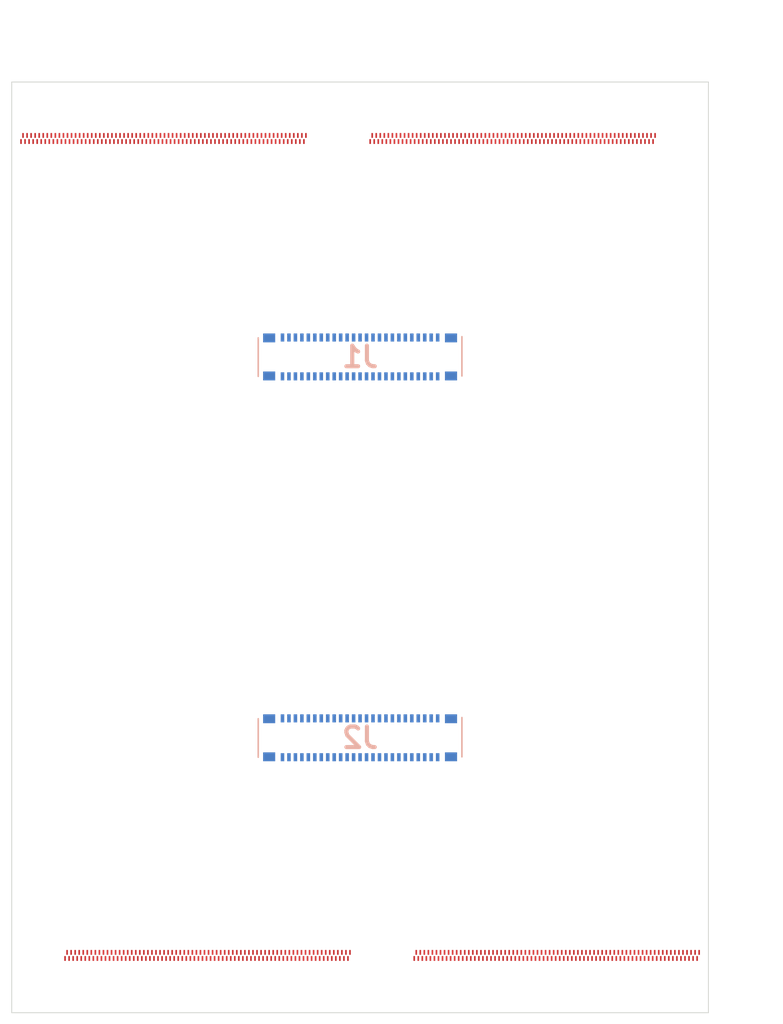
<source format=kicad_pcb>
(kicad_pcb (version 20171130) (host pcbnew "(5.1.10)-1")

  (general
    (thickness 1.6)
    (drawings 7)
    (tracks 0)
    (zones 0)
    (modules 12)
    (nets 107)
  )

  (page A4)
  (layers
    (0 F.Cu signal)
    (31 B.Cu signal)
    (32 B.Adhes user)
    (33 F.Adhes user)
    (34 B.Paste user)
    (35 F.Paste user)
    (36 B.SilkS user)
    (37 F.SilkS user)
    (38 B.Mask user)
    (39 F.Mask user)
    (40 Dwgs.User user)
    (41 Cmts.User user)
    (42 Eco1.User user)
    (43 Eco2.User user)
    (44 Edge.Cuts user)
    (45 Margin user)
    (46 B.CrtYd user)
    (47 F.CrtYd user)
    (48 B.Fab user)
    (49 F.Fab user)
  )

  (setup
    (last_trace_width 0.1)
    (trace_clearance 0.1)
    (zone_clearance 0.508)
    (zone_45_only no)
    (trace_min 0.1)
    (via_size 0.8)
    (via_drill 0.4)
    (via_min_size 0.4)
    (via_min_drill 0.3)
    (uvia_size 0.3)
    (uvia_drill 0.1)
    (uvias_allowed no)
    (uvia_min_size 0.2)
    (uvia_min_drill 0.1)
    (edge_width 0.05)
    (segment_width 0.2)
    (pcb_text_width 0.3)
    (pcb_text_size 1.5 1.5)
    (mod_edge_width 0.12)
    (mod_text_size 1 1)
    (mod_text_width 0.15)
    (pad_size 1.524 1.524)
    (pad_drill 0.762)
    (pad_to_mask_clearance 0)
    (aux_axis_origin 0 0)
    (visible_elements 7FFFFFFF)
    (pcbplotparams
      (layerselection 0x010fc_ffffffff)
      (usegerberextensions false)
      (usegerberattributes true)
      (usegerberadvancedattributes true)
      (creategerberjobfile true)
      (excludeedgelayer true)
      (linewidth 0.100000)
      (plotframeref false)
      (viasonmask false)
      (mode 1)
      (useauxorigin false)
      (hpglpennumber 1)
      (hpglpenspeed 20)
      (hpglpendiameter 15.000000)
      (psnegative false)
      (psa4output false)
      (plotreference true)
      (plotvalue true)
      (plotinvisibletext false)
      (padsonsilk false)
      (subtractmaskfromsilk false)
      (outputformat 1)
      (mirror false)
      (drillshape 0)
      (scaleselection 1)
      (outputdirectory "fab_outputs/"))
  )

  (net 0 "")
  (net 1 "Net-(J1-PadMP4)")
  (net 2 "Net-(J1-PadMP3)")
  (net 3 "Net-(J1-PadMP2)")
  (net 4 "Net-(J1-PadMP1)")
  (net 5 /01_N)
  (net 6 /01_P)
  (net 7 /11_P)
  (net 8 /11_N)
  (net 9 /10_P)
  (net 10 /10_N)
  (net 11 /09_P)
  (net 12 /09_N)
  (net 13 /08_P)
  (net 14 /08_N)
  (net 15 /07_P)
  (net 16 /07_N)
  (net 17 /06_P)
  (net 18 /06_N)
  (net 19 /05_P)
  (net 20 /05_N)
  (net 21 /04_P)
  (net 22 /04_N)
  (net 23 /03_P)
  (net 24 /03_N)
  (net 25 /02_P)
  (net 26 /02_N)
  (net 27 /12_P)
  (net 28 /12_N)
  (net 29 /13_P)
  (net 30 /13_N)
  (net 31 /24_P)
  (net 32 /24_N)
  (net 33 /23_P)
  (net 34 /23_N)
  (net 35 /22_P)
  (net 36 /22_N)
  (net 37 /21_P)
  (net 38 /21_N)
  (net 39 /20_P)
  (net 40 /20_N)
  (net 41 /19_P)
  (net 42 /19_N)
  (net 43 /18_P)
  (net 44 /18_N)
  (net 45 /17_P)
  (net 46 /17_N)
  (net 47 /16_P)
  (net 48 /16_N)
  (net 49 /15_P)
  (net 50 /15_N)
  (net 51 /14_P)
  (net 52 /14_N)
  (net 53 /30_N)
  (net 54 /30_P)
  (net 55 /28_N)
  (net 56 /28_P)
  (net 57 /27_N)
  (net 58 /27_P)
  (net 59 /26_N)
  (net 60 /26_P)
  (net 61 /49_N)
  (net 62 /49_P)
  (net 63 /48_N)
  (net 64 /48_P)
  (net 65 /47_N)
  (net 66 /47_P)
  (net 67 /46_N)
  (net 68 /46_P)
  (net 69 /45_N)
  (net 70 /45_P)
  (net 71 /44_N)
  (net 72 /44_P)
  (net 73 /43_N)
  (net 74 /43_P)
  (net 75 /42_N)
  (net 76 /42_P)
  (net 77 /41_N)
  (net 78 /41_P)
  (net 79 /40_N)
  (net 80 /40_P)
  (net 81 /39_N)
  (net 82 /39_P)
  (net 83 /38_N)
  (net 84 /38_P)
  (net 85 /37_N)
  (net 86 /37_P)
  (net 87 /36_N)
  (net 88 /36_P)
  (net 89 /35_N)
  (net 90 /35_P)
  (net 91 /34_N)
  (net 92 /34_P)
  (net 93 /33_N)
  (net 94 /33_P)
  (net 95 /32_N)
  (net 96 /32_P)
  (net 97 /31_N)
  (net 98 /31_P)
  (net 99 /29_N)
  (net 100 /29_P)
  (net 101 /S2)
  (net 102 /S1)
  (net 103 "Net-(J2-PadMP4)")
  (net 104 "Net-(J2-PadMP3)")
  (net 105 "Net-(J2-PadMP2)")
  (net 106 "Net-(J2-PadMP1)")

  (net_class Default "This is the default net class."
    (clearance 0.1)
    (trace_width 0.1)
    (via_dia 0.8)
    (via_drill 0.4)
    (uvia_dia 0.3)
    (uvia_drill 0.1)
    (add_net /01_N)
    (add_net /01_P)
    (add_net /02_N)
    (add_net /02_P)
    (add_net /03_N)
    (add_net /03_P)
    (add_net /04_N)
    (add_net /04_P)
    (add_net /05_N)
    (add_net /05_P)
    (add_net /06_N)
    (add_net /06_P)
    (add_net /07_N)
    (add_net /07_P)
    (add_net /08_N)
    (add_net /08_P)
    (add_net /09_N)
    (add_net /09_P)
    (add_net /10_N)
    (add_net /10_P)
    (add_net /11_N)
    (add_net /11_P)
    (add_net /12_N)
    (add_net /12_P)
    (add_net /13_N)
    (add_net /13_P)
    (add_net /14_N)
    (add_net /14_P)
    (add_net /15_N)
    (add_net /15_P)
    (add_net /16_N)
    (add_net /16_P)
    (add_net /17_N)
    (add_net /17_P)
    (add_net /18_N)
    (add_net /18_P)
    (add_net /19_N)
    (add_net /19_P)
    (add_net /20_N)
    (add_net /20_P)
    (add_net /21_N)
    (add_net /21_P)
    (add_net /22_N)
    (add_net /22_P)
    (add_net /23_N)
    (add_net /23_P)
    (add_net /24_N)
    (add_net /24_P)
    (add_net /26_N)
    (add_net /26_P)
    (add_net /27_N)
    (add_net /27_P)
    (add_net /28_N)
    (add_net /28_P)
    (add_net /29_N)
    (add_net /29_P)
    (add_net /30_N)
    (add_net /30_P)
    (add_net /31_N)
    (add_net /31_P)
    (add_net /32_N)
    (add_net /32_P)
    (add_net /33_N)
    (add_net /33_P)
    (add_net /34_N)
    (add_net /34_P)
    (add_net /35_N)
    (add_net /35_P)
    (add_net /36_N)
    (add_net /36_P)
    (add_net /37_N)
    (add_net /37_P)
    (add_net /38_N)
    (add_net /38_P)
    (add_net /39_N)
    (add_net /39_P)
    (add_net /40_N)
    (add_net /40_P)
    (add_net /41_N)
    (add_net /41_P)
    (add_net /42_N)
    (add_net /42_P)
    (add_net /43_N)
    (add_net /43_P)
    (add_net /44_N)
    (add_net /44_P)
    (add_net /45_N)
    (add_net /45_P)
    (add_net /46_N)
    (add_net /46_P)
    (add_net /47_N)
    (add_net /47_P)
    (add_net /48_N)
    (add_net /48_P)
    (add_net /49_N)
    (add_net /49_P)
    (add_net /S1)
    (add_net /S2)
    (add_net "Net-(J1-PadMP1)")
    (add_net "Net-(J1-PadMP2)")
    (add_net "Net-(J1-PadMP3)")
    (add_net "Net-(J1-PadMP4)")
    (add_net "Net-(J2-PadMP1)")
    (add_net "Net-(J2-PadMP2)")
    (add_net "Net-(J2-PadMP3)")
    (add_net "Net-(J2-PadMP4)")
  )

  (module unl_silab:etl_module_pcb_wirebond_staggered_v1 (layer F.Cu) (tedit 62670546) (tstamp 6267954A)
    (at 18.2 3.3 180)
    (solder_mask_margin 0.1)
    (fp_text reference REF** (at -1.61 -2.04) (layer F.SilkS) hide
      (effects (font (size 1 1) (thickness 0.15)))
    )
    (fp_text value etl_module_pcb_wirebond_staggered_v1 (at -2.28 -2.76) (layer F.Fab) hide
      (effects (font (size 1 1) (thickness 0.15)))
    )
    (pad 142 smd rect (at 17.625 -0.376 180) (size 0.1 0.3) (layers F.Cu F.Paste F.Mask))
    (pad 141 smd rect (at 17.5 0 180) (size 0.1 0.3) (layers F.Cu F.Paste F.Mask))
    (pad 140 smd rect (at 17.375 -0.376 180) (size 0.1 0.3) (layers F.Cu F.Paste F.Mask))
    (pad 139 smd rect (at 17.25 0 180) (size 0.1 0.3) (layers F.Cu F.Paste F.Mask))
    (pad 138 smd rect (at 17.125 -0.376 180) (size 0.1 0.3) (layers F.Cu F.Paste F.Mask))
    (pad 137 smd rect (at 17 0 180) (size 0.1 0.3) (layers F.Cu F.Paste F.Mask))
    (pad 136 smd rect (at 16.875 -0.376 180) (size 0.1 0.3) (layers F.Cu F.Paste F.Mask))
    (pad 135 smd rect (at 16.75 0 180) (size 0.1 0.3) (layers F.Cu F.Paste F.Mask))
    (pad 134 smd rect (at 16.625 -0.376 180) (size 0.1 0.3) (layers F.Cu F.Paste F.Mask))
    (pad 133 smd rect (at 16.5 0 180) (size 0.1 0.3) (layers F.Cu F.Paste F.Mask))
    (pad 132 smd rect (at 16.375 -0.376 180) (size 0.1 0.3) (layers F.Cu F.Paste F.Mask))
    (pad 131 smd rect (at 16.25 0 180) (size 0.1 0.3) (layers F.Cu F.Paste F.Mask))
    (pad 130 smd rect (at 16.125 -0.376 180) (size 0.1 0.3) (layers F.Cu F.Paste F.Mask))
    (pad 129 smd rect (at 16 0 180) (size 0.1 0.3) (layers F.Cu F.Paste F.Mask))
    (pad 128 smd rect (at 15.875 -0.376 180) (size 0.1 0.3) (layers F.Cu F.Paste F.Mask))
    (pad 127 smd rect (at 15.75 0 180) (size 0.1 0.3) (layers F.Cu F.Paste F.Mask))
    (pad 126 smd rect (at 15.625 -0.376 180) (size 0.1 0.3) (layers F.Cu F.Paste F.Mask))
    (pad 125 smd rect (at 15.5 0 180) (size 0.1 0.3) (layers F.Cu F.Paste F.Mask))
    (pad 124 smd rect (at 15.375 -0.376 180) (size 0.1 0.3) (layers F.Cu F.Paste F.Mask))
    (pad 123 smd rect (at 15.25 0 180) (size 0.1 0.3) (layers F.Cu F.Paste F.Mask))
    (pad 122 smd rect (at 15.125 -0.376 180) (size 0.1 0.3) (layers F.Cu F.Paste F.Mask))
    (pad 121 smd rect (at 15 0 180) (size 0.1 0.3) (layers F.Cu F.Paste F.Mask))
    (pad 120 smd rect (at 14.875 -0.376 180) (size 0.1 0.3) (layers F.Cu F.Paste F.Mask))
    (pad 119 smd rect (at 14.75 0 180) (size 0.1 0.3) (layers F.Cu F.Paste F.Mask))
    (pad 118 smd rect (at 14.625 -0.376 180) (size 0.1 0.3) (layers F.Cu F.Paste F.Mask))
    (pad 117 smd rect (at 14.5 0 180) (size 0.1 0.3) (layers F.Cu F.Paste F.Mask))
    (pad 116 smd rect (at 14.375 -0.376 180) (size 0.1 0.3) (layers F.Cu F.Paste F.Mask))
    (pad 115 smd rect (at 14.25 0 180) (size 0.1 0.3) (layers F.Cu F.Paste F.Mask))
    (pad 114 smd rect (at 14.125 -0.376 180) (size 0.1 0.3) (layers F.Cu F.Paste F.Mask))
    (pad 113 smd rect (at 14 0 180) (size 0.1 0.3) (layers F.Cu F.Paste F.Mask))
    (pad 112 smd rect (at 13.875 -0.376 180) (size 0.1 0.3) (layers F.Cu F.Paste F.Mask))
    (pad 111 smd rect (at 13.75 0 180) (size 0.1 0.3) (layers F.Cu F.Paste F.Mask))
    (pad 110 smd rect (at 13.625 -0.376 180) (size 0.1 0.3) (layers F.Cu F.Paste F.Mask))
    (pad 109 smd rect (at 13.5 0 180) (size 0.1 0.3) (layers F.Cu F.Paste F.Mask))
    (pad 108 smd rect (at 13.375 -0.376 180) (size 0.1 0.3) (layers F.Cu F.Paste F.Mask))
    (pad 107 smd rect (at 13.25 0 180) (size 0.1 0.3) (layers F.Cu F.Paste F.Mask))
    (pad 106 smd rect (at 13.125 -0.376 180) (size 0.1 0.3) (layers F.Cu F.Paste F.Mask))
    (pad 105 smd rect (at 13 0 180) (size 0.1 0.3) (layers F.Cu F.Paste F.Mask))
    (pad 104 smd rect (at 12.875 -0.376 180) (size 0.1 0.3) (layers F.Cu F.Paste F.Mask))
    (pad 103 smd rect (at 12.75 0 180) (size 0.1 0.3) (layers F.Cu F.Paste F.Mask))
    (pad 102 smd rect (at 12.625 -0.376 180) (size 0.1 0.3) (layers F.Cu F.Paste F.Mask))
    (pad 101 smd rect (at 12.5 0 180) (size 0.1 0.3) (layers F.Cu F.Paste F.Mask))
    (pad 100 smd rect (at 12.375 -0.376 180) (size 0.1 0.3) (layers F.Cu F.Paste F.Mask))
    (pad 99 smd rect (at 12.25 0 180) (size 0.1 0.3) (layers F.Cu F.Paste F.Mask))
    (pad 98 smd rect (at 12.125 -0.376 180) (size 0.1 0.3) (layers F.Cu F.Paste F.Mask))
    (pad 97 smd rect (at 12 0 180) (size 0.1 0.3) (layers F.Cu F.Paste F.Mask))
    (pad 96 smd rect (at 11.875 -0.376 180) (size 0.1 0.3) (layers F.Cu F.Paste F.Mask))
    (pad 95 smd rect (at 11.75 0 180) (size 0.1 0.3) (layers F.Cu F.Paste F.Mask))
    (pad 94 smd rect (at 11.625 -0.376 180) (size 0.1 0.3) (layers F.Cu F.Paste F.Mask))
    (pad 93 smd rect (at 11.5 0 180) (size 0.1 0.3) (layers F.Cu F.Paste F.Mask))
    (pad 92 smd rect (at 11.375 -0.376 180) (size 0.1 0.3) (layers F.Cu F.Paste F.Mask))
    (pad 91 smd rect (at 11.25 0 180) (size 0.1 0.3) (layers F.Cu F.Paste F.Mask))
    (pad 90 smd rect (at 11.125 -0.376 180) (size 0.1 0.3) (layers F.Cu F.Paste F.Mask))
    (pad 89 smd rect (at 11 0 180) (size 0.1 0.3) (layers F.Cu F.Paste F.Mask))
    (pad 88 smd rect (at 10.875 -0.376 180) (size 0.1 0.3) (layers F.Cu F.Paste F.Mask))
    (pad 87 smd rect (at 10.75 0 180) (size 0.1 0.3) (layers F.Cu F.Paste F.Mask))
    (pad 86 smd rect (at 10.625 -0.376 180) (size 0.1 0.3) (layers F.Cu F.Paste F.Mask))
    (pad 85 smd rect (at 10.5 0 180) (size 0.1 0.3) (layers F.Cu F.Paste F.Mask))
    (pad 84 smd rect (at 10.375 -0.376 180) (size 0.1 0.3) (layers F.Cu F.Paste F.Mask))
    (pad 83 smd rect (at 10.25 0 180) (size 0.1 0.3) (layers F.Cu F.Paste F.Mask))
    (pad 82 smd rect (at 10.125 -0.376 180) (size 0.1 0.3) (layers F.Cu F.Paste F.Mask))
    (pad 81 smd rect (at 10 0 180) (size 0.1 0.3) (layers F.Cu F.Paste F.Mask))
    (pad 80 smd rect (at 9.875 -0.376 180) (size 0.1 0.3) (layers F.Cu F.Paste F.Mask))
    (pad 79 smd rect (at 9.75 0 180) (size 0.1 0.3) (layers F.Cu F.Paste F.Mask))
    (pad 78 smd rect (at 9.625 -0.376 180) (size 0.1 0.3) (layers F.Cu F.Paste F.Mask))
    (pad 77 smd rect (at 9.5 0 180) (size 0.1 0.3) (layers F.Cu F.Paste F.Mask))
    (pad 76 smd rect (at 9.375 -0.376 180) (size 0.1 0.3) (layers F.Cu F.Paste F.Mask))
    (pad 75 smd rect (at 9.25 0 180) (size 0.1 0.3) (layers F.Cu F.Paste F.Mask))
    (pad 74 smd rect (at 9.125 -0.376 180) (size 0.1 0.3) (layers F.Cu F.Paste F.Mask))
    (pad 73 smd rect (at 9 0 180) (size 0.1 0.3) (layers F.Cu F.Paste F.Mask))
    (pad 72 smd rect (at 8.875 -0.376 180) (size 0.1 0.3) (layers F.Cu F.Paste F.Mask))
    (pad 71 smd rect (at 8.75 0 180) (size 0.1 0.3) (layers F.Cu F.Paste F.Mask))
    (pad 70 smd rect (at 8.625 -0.376 180) (size 0.1 0.3) (layers F.Cu F.Paste F.Mask))
    (pad 69 smd rect (at 8.5 0 180) (size 0.1 0.3) (layers F.Cu F.Paste F.Mask))
    (pad 68 smd rect (at 8.375 -0.376 180) (size 0.1 0.3) (layers F.Cu F.Paste F.Mask))
    (pad 67 smd rect (at 8.25 0 180) (size 0.1 0.3) (layers F.Cu F.Paste F.Mask))
    (pad 66 smd rect (at 8.125 -0.376 180) (size 0.1 0.3) (layers F.Cu F.Paste F.Mask))
    (pad 65 smd rect (at 8 0 180) (size 0.1 0.3) (layers F.Cu F.Paste F.Mask))
    (pad 64 smd rect (at 7.875 -0.376 180) (size 0.1 0.3) (layers F.Cu F.Paste F.Mask))
    (pad 63 smd rect (at 7.75 0 180) (size 0.1 0.3) (layers F.Cu F.Paste F.Mask))
    (pad 62 smd rect (at 7.625 -0.376 180) (size 0.1 0.3) (layers F.Cu F.Paste F.Mask))
    (pad 61 smd rect (at 7.5 0 180) (size 0.1 0.3) (layers F.Cu F.Paste F.Mask))
    (pad 60 smd rect (at 7.375 -0.376 180) (size 0.1 0.3) (layers F.Cu F.Paste F.Mask))
    (pad 59 smd rect (at 7.25 0 180) (size 0.1 0.3) (layers F.Cu F.Paste F.Mask))
    (pad 58 smd rect (at 7.125 -0.376 180) (size 0.1 0.3) (layers F.Cu F.Paste F.Mask))
    (pad 57 smd rect (at 7 0 180) (size 0.1 0.3) (layers F.Cu F.Paste F.Mask))
    (pad 56 smd rect (at 6.875 -0.376 180) (size 0.1 0.3) (layers F.Cu F.Paste F.Mask))
    (pad 55 smd rect (at 6.75 0 180) (size 0.1 0.3) (layers F.Cu F.Paste F.Mask))
    (pad 54 smd rect (at 6.625 -0.376 180) (size 0.1 0.3) (layers F.Cu F.Paste F.Mask))
    (pad 53 smd rect (at 6.5 0 180) (size 0.1 0.3) (layers F.Cu F.Paste F.Mask))
    (pad 52 smd rect (at 6.375 -0.376 180) (size 0.1 0.3) (layers F.Cu F.Paste F.Mask))
    (pad 51 smd rect (at 6.25 0 180) (size 0.1 0.3) (layers F.Cu F.Paste F.Mask))
    (pad 50 smd rect (at 6.125 -0.376 180) (size 0.1 0.3) (layers F.Cu F.Paste F.Mask))
    (pad 49 smd rect (at 6 0 180) (size 0.1 0.3) (layers F.Cu F.Paste F.Mask))
    (pad 48 smd rect (at 5.875 -0.376 180) (size 0.1 0.3) (layers F.Cu F.Paste F.Mask))
    (pad 47 smd rect (at 5.75 0 180) (size 0.1 0.3) (layers F.Cu F.Paste F.Mask))
    (pad 46 smd rect (at 5.625 -0.376 180) (size 0.1 0.3) (layers F.Cu F.Paste F.Mask))
    (pad 45 smd rect (at 5.5 0 180) (size 0.1 0.3) (layers F.Cu F.Paste F.Mask))
    (pad 44 smd rect (at 5.375 -0.376 180) (size 0.1 0.3) (layers F.Cu F.Paste F.Mask))
    (pad 43 smd rect (at 5.25 0 180) (size 0.1 0.3) (layers F.Cu F.Paste F.Mask))
    (pad 42 smd rect (at 5.125 -0.376 180) (size 0.1 0.3) (layers F.Cu F.Paste F.Mask))
    (pad 41 smd rect (at 5 0 180) (size 0.1 0.3) (layers F.Cu F.Paste F.Mask))
    (pad 40 smd rect (at 4.875 -0.376 180) (size 0.1 0.3) (layers F.Cu F.Paste F.Mask))
    (pad 39 smd rect (at 4.75 0 180) (size 0.1 0.3) (layers F.Cu F.Paste F.Mask))
    (pad 38 smd rect (at 4.625 -0.376 180) (size 0.1 0.3) (layers F.Cu F.Paste F.Mask))
    (pad 37 smd rect (at 4.5 0 180) (size 0.1 0.3) (layers F.Cu F.Paste F.Mask))
    (pad 36 smd rect (at 4.375 -0.376 180) (size 0.1 0.3) (layers F.Cu F.Paste F.Mask))
    (pad 35 smd rect (at 4.25 0 180) (size 0.1 0.3) (layers F.Cu F.Paste F.Mask))
    (pad 34 smd rect (at 4.125 -0.376 180) (size 0.1 0.3) (layers F.Cu F.Paste F.Mask))
    (pad 33 smd rect (at 4 0 180) (size 0.1 0.3) (layers F.Cu F.Paste F.Mask))
    (pad 32 smd rect (at 3.875 -0.376 180) (size 0.1 0.3) (layers F.Cu F.Paste F.Mask))
    (pad 31 smd rect (at 3.75 0 180) (size 0.1 0.3) (layers F.Cu F.Paste F.Mask))
    (pad 30 smd rect (at 3.625 -0.376 180) (size 0.1 0.3) (layers F.Cu F.Paste F.Mask))
    (pad 29 smd rect (at 3.5 0 180) (size 0.1 0.3) (layers F.Cu F.Paste F.Mask))
    (pad 28 smd rect (at 3.375 -0.376 180) (size 0.1 0.3) (layers F.Cu F.Paste F.Mask))
    (pad 27 smd rect (at 3.25 0 180) (size 0.1 0.3) (layers F.Cu F.Paste F.Mask))
    (pad 26 smd rect (at 3.125 -0.376 180) (size 0.1 0.3) (layers F.Cu F.Paste F.Mask))
    (pad 25 smd rect (at 3 0 180) (size 0.1 0.3) (layers F.Cu F.Paste F.Mask))
    (pad 24 smd rect (at 2.875 -0.376 180) (size 0.1 0.3) (layers F.Cu F.Paste F.Mask))
    (pad 23 smd rect (at 2.75 0 180) (size 0.1 0.3) (layers F.Cu F.Paste F.Mask))
    (pad 22 smd rect (at 2.625 -0.376 180) (size 0.1 0.3) (layers F.Cu F.Paste F.Mask))
    (pad 21 smd rect (at 2.5 0 180) (size 0.1 0.3) (layers F.Cu F.Paste F.Mask))
    (pad 20 smd rect (at 2.375 -0.376 180) (size 0.1 0.3) (layers F.Cu F.Paste F.Mask))
    (pad 19 smd rect (at 2.25 0 180) (size 0.1 0.3) (layers F.Cu F.Paste F.Mask))
    (pad 18 smd rect (at 2.125 -0.376 180) (size 0.1 0.3) (layers F.Cu F.Paste F.Mask))
    (pad 17 smd rect (at 2 0 180) (size 0.1 0.3) (layers F.Cu F.Paste F.Mask))
    (pad 16 smd rect (at 1.875 -0.376 180) (size 0.1 0.3) (layers F.Cu F.Paste F.Mask))
    (pad 15 smd rect (at 1.75 0 180) (size 0.1 0.3) (layers F.Cu F.Paste F.Mask))
    (pad 14 smd rect (at 1.625 -0.376 180) (size 0.1 0.3) (layers F.Cu F.Paste F.Mask))
    (pad 13 smd rect (at 1.5 0 180) (size 0.1 0.3) (layers F.Cu F.Paste F.Mask))
    (pad 12 smd rect (at 1.375 -0.376 180) (size 0.1 0.3) (layers F.Cu F.Paste F.Mask))
    (pad 11 smd rect (at 1.25 0 180) (size 0.1 0.3) (layers F.Cu F.Paste F.Mask))
    (pad 10 smd rect (at 1.125 -0.376 180) (size 0.1 0.3) (layers F.Cu F.Paste F.Mask))
    (pad 9 smd rect (at 1 0 180) (size 0.1 0.3) (layers F.Cu F.Paste F.Mask))
    (pad 8 smd rect (at 0.875 -0.376 180) (size 0.1 0.3) (layers F.Cu F.Paste F.Mask))
    (pad 7 smd rect (at 0.75 0 180) (size 0.1 0.3) (layers F.Cu F.Paste F.Mask))
    (pad 6 smd rect (at 0.625 -0.376 180) (size 0.1 0.3) (layers F.Cu F.Paste F.Mask))
    (pad 5 smd rect (at 0.5 0 180) (size 0.1 0.3) (layers F.Cu F.Paste F.Mask))
    (pad 4 smd rect (at 0.375 -0.376 180) (size 0.1 0.3) (layers F.Cu F.Paste F.Mask))
    (pad 3 smd rect (at 0.25 0 180) (size 0.1 0.3) (layers F.Cu F.Paste F.Mask))
    (pad 2 smd rect (at 0.125 -0.376 180) (size 0.1 0.3) (layers F.Cu F.Paste F.Mask))
    (pad 1 smd rect (at 0 0 180) (size 0.1 0.3) (layers F.Cu F.Paste F.Mask))
  )

  (module unl_silab:etl_module_pcb_wirebond_staggered_v1 (layer F.Cu) (tedit 62670546) (tstamp 62678F7D)
    (at 39.8 3.3 180)
    (solder_mask_margin 0.1)
    (fp_text reference REF** (at -1.61 -2.04) (layer F.SilkS) hide
      (effects (font (size 1 1) (thickness 0.15)))
    )
    (fp_text value etl_module_pcb_wirebond_staggered_v1 (at -2.28 -2.76) (layer F.Fab) hide
      (effects (font (size 1 1) (thickness 0.15)))
    )
    (pad 142 smd rect (at 17.625 -0.376 180) (size 0.1 0.3) (layers F.Cu F.Paste F.Mask))
    (pad 141 smd rect (at 17.5 0 180) (size 0.1 0.3) (layers F.Cu F.Paste F.Mask))
    (pad 140 smd rect (at 17.375 -0.376 180) (size 0.1 0.3) (layers F.Cu F.Paste F.Mask))
    (pad 139 smd rect (at 17.25 0 180) (size 0.1 0.3) (layers F.Cu F.Paste F.Mask))
    (pad 138 smd rect (at 17.125 -0.376 180) (size 0.1 0.3) (layers F.Cu F.Paste F.Mask))
    (pad 137 smd rect (at 17 0 180) (size 0.1 0.3) (layers F.Cu F.Paste F.Mask))
    (pad 136 smd rect (at 16.875 -0.376 180) (size 0.1 0.3) (layers F.Cu F.Paste F.Mask))
    (pad 135 smd rect (at 16.75 0 180) (size 0.1 0.3) (layers F.Cu F.Paste F.Mask))
    (pad 134 smd rect (at 16.625 -0.376 180) (size 0.1 0.3) (layers F.Cu F.Paste F.Mask))
    (pad 133 smd rect (at 16.5 0 180) (size 0.1 0.3) (layers F.Cu F.Paste F.Mask))
    (pad 132 smd rect (at 16.375 -0.376 180) (size 0.1 0.3) (layers F.Cu F.Paste F.Mask))
    (pad 131 smd rect (at 16.25 0 180) (size 0.1 0.3) (layers F.Cu F.Paste F.Mask))
    (pad 130 smd rect (at 16.125 -0.376 180) (size 0.1 0.3) (layers F.Cu F.Paste F.Mask))
    (pad 129 smd rect (at 16 0 180) (size 0.1 0.3) (layers F.Cu F.Paste F.Mask))
    (pad 128 smd rect (at 15.875 -0.376 180) (size 0.1 0.3) (layers F.Cu F.Paste F.Mask))
    (pad 127 smd rect (at 15.75 0 180) (size 0.1 0.3) (layers F.Cu F.Paste F.Mask))
    (pad 126 smd rect (at 15.625 -0.376 180) (size 0.1 0.3) (layers F.Cu F.Paste F.Mask))
    (pad 125 smd rect (at 15.5 0 180) (size 0.1 0.3) (layers F.Cu F.Paste F.Mask))
    (pad 124 smd rect (at 15.375 -0.376 180) (size 0.1 0.3) (layers F.Cu F.Paste F.Mask))
    (pad 123 smd rect (at 15.25 0 180) (size 0.1 0.3) (layers F.Cu F.Paste F.Mask))
    (pad 122 smd rect (at 15.125 -0.376 180) (size 0.1 0.3) (layers F.Cu F.Paste F.Mask))
    (pad 121 smd rect (at 15 0 180) (size 0.1 0.3) (layers F.Cu F.Paste F.Mask))
    (pad 120 smd rect (at 14.875 -0.376 180) (size 0.1 0.3) (layers F.Cu F.Paste F.Mask))
    (pad 119 smd rect (at 14.75 0 180) (size 0.1 0.3) (layers F.Cu F.Paste F.Mask))
    (pad 118 smd rect (at 14.625 -0.376 180) (size 0.1 0.3) (layers F.Cu F.Paste F.Mask))
    (pad 117 smd rect (at 14.5 0 180) (size 0.1 0.3) (layers F.Cu F.Paste F.Mask))
    (pad 116 smd rect (at 14.375 -0.376 180) (size 0.1 0.3) (layers F.Cu F.Paste F.Mask))
    (pad 115 smd rect (at 14.25 0 180) (size 0.1 0.3) (layers F.Cu F.Paste F.Mask))
    (pad 114 smd rect (at 14.125 -0.376 180) (size 0.1 0.3) (layers F.Cu F.Paste F.Mask))
    (pad 113 smd rect (at 14 0 180) (size 0.1 0.3) (layers F.Cu F.Paste F.Mask))
    (pad 112 smd rect (at 13.875 -0.376 180) (size 0.1 0.3) (layers F.Cu F.Paste F.Mask))
    (pad 111 smd rect (at 13.75 0 180) (size 0.1 0.3) (layers F.Cu F.Paste F.Mask))
    (pad 110 smd rect (at 13.625 -0.376 180) (size 0.1 0.3) (layers F.Cu F.Paste F.Mask))
    (pad 109 smd rect (at 13.5 0 180) (size 0.1 0.3) (layers F.Cu F.Paste F.Mask))
    (pad 108 smd rect (at 13.375 -0.376 180) (size 0.1 0.3) (layers F.Cu F.Paste F.Mask))
    (pad 107 smd rect (at 13.25 0 180) (size 0.1 0.3) (layers F.Cu F.Paste F.Mask))
    (pad 106 smd rect (at 13.125 -0.376 180) (size 0.1 0.3) (layers F.Cu F.Paste F.Mask))
    (pad 105 smd rect (at 13 0 180) (size 0.1 0.3) (layers F.Cu F.Paste F.Mask))
    (pad 104 smd rect (at 12.875 -0.376 180) (size 0.1 0.3) (layers F.Cu F.Paste F.Mask))
    (pad 103 smd rect (at 12.75 0 180) (size 0.1 0.3) (layers F.Cu F.Paste F.Mask))
    (pad 102 smd rect (at 12.625 -0.376 180) (size 0.1 0.3) (layers F.Cu F.Paste F.Mask))
    (pad 101 smd rect (at 12.5 0 180) (size 0.1 0.3) (layers F.Cu F.Paste F.Mask))
    (pad 100 smd rect (at 12.375 -0.376 180) (size 0.1 0.3) (layers F.Cu F.Paste F.Mask))
    (pad 99 smd rect (at 12.25 0 180) (size 0.1 0.3) (layers F.Cu F.Paste F.Mask))
    (pad 98 smd rect (at 12.125 -0.376 180) (size 0.1 0.3) (layers F.Cu F.Paste F.Mask))
    (pad 97 smd rect (at 12 0 180) (size 0.1 0.3) (layers F.Cu F.Paste F.Mask))
    (pad 96 smd rect (at 11.875 -0.376 180) (size 0.1 0.3) (layers F.Cu F.Paste F.Mask))
    (pad 95 smd rect (at 11.75 0 180) (size 0.1 0.3) (layers F.Cu F.Paste F.Mask))
    (pad 94 smd rect (at 11.625 -0.376 180) (size 0.1 0.3) (layers F.Cu F.Paste F.Mask))
    (pad 93 smd rect (at 11.5 0 180) (size 0.1 0.3) (layers F.Cu F.Paste F.Mask))
    (pad 92 smd rect (at 11.375 -0.376 180) (size 0.1 0.3) (layers F.Cu F.Paste F.Mask))
    (pad 91 smd rect (at 11.25 0 180) (size 0.1 0.3) (layers F.Cu F.Paste F.Mask))
    (pad 90 smd rect (at 11.125 -0.376 180) (size 0.1 0.3) (layers F.Cu F.Paste F.Mask))
    (pad 89 smd rect (at 11 0 180) (size 0.1 0.3) (layers F.Cu F.Paste F.Mask))
    (pad 88 smd rect (at 10.875 -0.376 180) (size 0.1 0.3) (layers F.Cu F.Paste F.Mask))
    (pad 87 smd rect (at 10.75 0 180) (size 0.1 0.3) (layers F.Cu F.Paste F.Mask))
    (pad 86 smd rect (at 10.625 -0.376 180) (size 0.1 0.3) (layers F.Cu F.Paste F.Mask))
    (pad 85 smd rect (at 10.5 0 180) (size 0.1 0.3) (layers F.Cu F.Paste F.Mask))
    (pad 84 smd rect (at 10.375 -0.376 180) (size 0.1 0.3) (layers F.Cu F.Paste F.Mask))
    (pad 83 smd rect (at 10.25 0 180) (size 0.1 0.3) (layers F.Cu F.Paste F.Mask))
    (pad 82 smd rect (at 10.125 -0.376 180) (size 0.1 0.3) (layers F.Cu F.Paste F.Mask))
    (pad 81 smd rect (at 10 0 180) (size 0.1 0.3) (layers F.Cu F.Paste F.Mask))
    (pad 80 smd rect (at 9.875 -0.376 180) (size 0.1 0.3) (layers F.Cu F.Paste F.Mask))
    (pad 79 smd rect (at 9.75 0 180) (size 0.1 0.3) (layers F.Cu F.Paste F.Mask))
    (pad 78 smd rect (at 9.625 -0.376 180) (size 0.1 0.3) (layers F.Cu F.Paste F.Mask))
    (pad 77 smd rect (at 9.5 0 180) (size 0.1 0.3) (layers F.Cu F.Paste F.Mask))
    (pad 76 smd rect (at 9.375 -0.376 180) (size 0.1 0.3) (layers F.Cu F.Paste F.Mask))
    (pad 75 smd rect (at 9.25 0 180) (size 0.1 0.3) (layers F.Cu F.Paste F.Mask))
    (pad 74 smd rect (at 9.125 -0.376 180) (size 0.1 0.3) (layers F.Cu F.Paste F.Mask))
    (pad 73 smd rect (at 9 0 180) (size 0.1 0.3) (layers F.Cu F.Paste F.Mask))
    (pad 72 smd rect (at 8.875 -0.376 180) (size 0.1 0.3) (layers F.Cu F.Paste F.Mask))
    (pad 71 smd rect (at 8.75 0 180) (size 0.1 0.3) (layers F.Cu F.Paste F.Mask))
    (pad 70 smd rect (at 8.625 -0.376 180) (size 0.1 0.3) (layers F.Cu F.Paste F.Mask))
    (pad 69 smd rect (at 8.5 0 180) (size 0.1 0.3) (layers F.Cu F.Paste F.Mask))
    (pad 68 smd rect (at 8.375 -0.376 180) (size 0.1 0.3) (layers F.Cu F.Paste F.Mask))
    (pad 67 smd rect (at 8.25 0 180) (size 0.1 0.3) (layers F.Cu F.Paste F.Mask))
    (pad 66 smd rect (at 8.125 -0.376 180) (size 0.1 0.3) (layers F.Cu F.Paste F.Mask))
    (pad 65 smd rect (at 8 0 180) (size 0.1 0.3) (layers F.Cu F.Paste F.Mask))
    (pad 64 smd rect (at 7.875 -0.376 180) (size 0.1 0.3) (layers F.Cu F.Paste F.Mask))
    (pad 63 smd rect (at 7.75 0 180) (size 0.1 0.3) (layers F.Cu F.Paste F.Mask))
    (pad 62 smd rect (at 7.625 -0.376 180) (size 0.1 0.3) (layers F.Cu F.Paste F.Mask))
    (pad 61 smd rect (at 7.5 0 180) (size 0.1 0.3) (layers F.Cu F.Paste F.Mask))
    (pad 60 smd rect (at 7.375 -0.376 180) (size 0.1 0.3) (layers F.Cu F.Paste F.Mask))
    (pad 59 smd rect (at 7.25 0 180) (size 0.1 0.3) (layers F.Cu F.Paste F.Mask))
    (pad 58 smd rect (at 7.125 -0.376 180) (size 0.1 0.3) (layers F.Cu F.Paste F.Mask))
    (pad 57 smd rect (at 7 0 180) (size 0.1 0.3) (layers F.Cu F.Paste F.Mask))
    (pad 56 smd rect (at 6.875 -0.376 180) (size 0.1 0.3) (layers F.Cu F.Paste F.Mask))
    (pad 55 smd rect (at 6.75 0 180) (size 0.1 0.3) (layers F.Cu F.Paste F.Mask))
    (pad 54 smd rect (at 6.625 -0.376 180) (size 0.1 0.3) (layers F.Cu F.Paste F.Mask))
    (pad 53 smd rect (at 6.5 0 180) (size 0.1 0.3) (layers F.Cu F.Paste F.Mask))
    (pad 52 smd rect (at 6.375 -0.376 180) (size 0.1 0.3) (layers F.Cu F.Paste F.Mask))
    (pad 51 smd rect (at 6.25 0 180) (size 0.1 0.3) (layers F.Cu F.Paste F.Mask))
    (pad 50 smd rect (at 6.125 -0.376 180) (size 0.1 0.3) (layers F.Cu F.Paste F.Mask))
    (pad 49 smd rect (at 6 0 180) (size 0.1 0.3) (layers F.Cu F.Paste F.Mask))
    (pad 48 smd rect (at 5.875 -0.376 180) (size 0.1 0.3) (layers F.Cu F.Paste F.Mask))
    (pad 47 smd rect (at 5.75 0 180) (size 0.1 0.3) (layers F.Cu F.Paste F.Mask))
    (pad 46 smd rect (at 5.625 -0.376 180) (size 0.1 0.3) (layers F.Cu F.Paste F.Mask))
    (pad 45 smd rect (at 5.5 0 180) (size 0.1 0.3) (layers F.Cu F.Paste F.Mask))
    (pad 44 smd rect (at 5.375 -0.376 180) (size 0.1 0.3) (layers F.Cu F.Paste F.Mask))
    (pad 43 smd rect (at 5.25 0 180) (size 0.1 0.3) (layers F.Cu F.Paste F.Mask))
    (pad 42 smd rect (at 5.125 -0.376 180) (size 0.1 0.3) (layers F.Cu F.Paste F.Mask))
    (pad 41 smd rect (at 5 0 180) (size 0.1 0.3) (layers F.Cu F.Paste F.Mask))
    (pad 40 smd rect (at 4.875 -0.376 180) (size 0.1 0.3) (layers F.Cu F.Paste F.Mask))
    (pad 39 smd rect (at 4.75 0 180) (size 0.1 0.3) (layers F.Cu F.Paste F.Mask))
    (pad 38 smd rect (at 4.625 -0.376 180) (size 0.1 0.3) (layers F.Cu F.Paste F.Mask))
    (pad 37 smd rect (at 4.5 0 180) (size 0.1 0.3) (layers F.Cu F.Paste F.Mask))
    (pad 36 smd rect (at 4.375 -0.376 180) (size 0.1 0.3) (layers F.Cu F.Paste F.Mask))
    (pad 35 smd rect (at 4.25 0 180) (size 0.1 0.3) (layers F.Cu F.Paste F.Mask))
    (pad 34 smd rect (at 4.125 -0.376 180) (size 0.1 0.3) (layers F.Cu F.Paste F.Mask))
    (pad 33 smd rect (at 4 0 180) (size 0.1 0.3) (layers F.Cu F.Paste F.Mask))
    (pad 32 smd rect (at 3.875 -0.376 180) (size 0.1 0.3) (layers F.Cu F.Paste F.Mask))
    (pad 31 smd rect (at 3.75 0 180) (size 0.1 0.3) (layers F.Cu F.Paste F.Mask))
    (pad 30 smd rect (at 3.625 -0.376 180) (size 0.1 0.3) (layers F.Cu F.Paste F.Mask))
    (pad 29 smd rect (at 3.5 0 180) (size 0.1 0.3) (layers F.Cu F.Paste F.Mask))
    (pad 28 smd rect (at 3.375 -0.376 180) (size 0.1 0.3) (layers F.Cu F.Paste F.Mask))
    (pad 27 smd rect (at 3.25 0 180) (size 0.1 0.3) (layers F.Cu F.Paste F.Mask))
    (pad 26 smd rect (at 3.125 -0.376 180) (size 0.1 0.3) (layers F.Cu F.Paste F.Mask))
    (pad 25 smd rect (at 3 0 180) (size 0.1 0.3) (layers F.Cu F.Paste F.Mask))
    (pad 24 smd rect (at 2.875 -0.376 180) (size 0.1 0.3) (layers F.Cu F.Paste F.Mask))
    (pad 23 smd rect (at 2.75 0 180) (size 0.1 0.3) (layers F.Cu F.Paste F.Mask))
    (pad 22 smd rect (at 2.625 -0.376 180) (size 0.1 0.3) (layers F.Cu F.Paste F.Mask))
    (pad 21 smd rect (at 2.5 0 180) (size 0.1 0.3) (layers F.Cu F.Paste F.Mask))
    (pad 20 smd rect (at 2.375 -0.376 180) (size 0.1 0.3) (layers F.Cu F.Paste F.Mask))
    (pad 19 smd rect (at 2.25 0 180) (size 0.1 0.3) (layers F.Cu F.Paste F.Mask))
    (pad 18 smd rect (at 2.125 -0.376 180) (size 0.1 0.3) (layers F.Cu F.Paste F.Mask))
    (pad 17 smd rect (at 2 0 180) (size 0.1 0.3) (layers F.Cu F.Paste F.Mask))
    (pad 16 smd rect (at 1.875 -0.376 180) (size 0.1 0.3) (layers F.Cu F.Paste F.Mask))
    (pad 15 smd rect (at 1.75 0 180) (size 0.1 0.3) (layers F.Cu F.Paste F.Mask))
    (pad 14 smd rect (at 1.625 -0.376 180) (size 0.1 0.3) (layers F.Cu F.Paste F.Mask))
    (pad 13 smd rect (at 1.5 0 180) (size 0.1 0.3) (layers F.Cu F.Paste F.Mask))
    (pad 12 smd rect (at 1.375 -0.376 180) (size 0.1 0.3) (layers F.Cu F.Paste F.Mask))
    (pad 11 smd rect (at 1.25 0 180) (size 0.1 0.3) (layers F.Cu F.Paste F.Mask))
    (pad 10 smd rect (at 1.125 -0.376 180) (size 0.1 0.3) (layers F.Cu F.Paste F.Mask))
    (pad 9 smd rect (at 1 0 180) (size 0.1 0.3) (layers F.Cu F.Paste F.Mask))
    (pad 8 smd rect (at 0.875 -0.376 180) (size 0.1 0.3) (layers F.Cu F.Paste F.Mask))
    (pad 7 smd rect (at 0.75 0 180) (size 0.1 0.3) (layers F.Cu F.Paste F.Mask))
    (pad 6 smd rect (at 0.625 -0.376 180) (size 0.1 0.3) (layers F.Cu F.Paste F.Mask))
    (pad 5 smd rect (at 0.5 0 180) (size 0.1 0.3) (layers F.Cu F.Paste F.Mask))
    (pad 4 smd rect (at 0.375 -0.376 180) (size 0.1 0.3) (layers F.Cu F.Paste F.Mask))
    (pad 3 smd rect (at 0.25 0 180) (size 0.1 0.3) (layers F.Cu F.Paste F.Mask))
    (pad 2 smd rect (at 0.125 -0.376 180) (size 0.1 0.3) (layers F.Cu F.Paste F.Mask))
    (pad 1 smd rect (at 0 0 180) (size 0.1 0.3) (layers F.Cu F.Paste F.Mask))
  )

  (module unl_silab:etl_module_pcb_wirebond_staggered_v1 (layer F.Cu) (tedit 62670546) (tstamp 62678779)
    (at 24.9 54.15)
    (solder_mask_margin 0.1)
    (fp_text reference REF** (at -1.61 -2.04) (layer F.SilkS) hide
      (effects (font (size 1 1) (thickness 0.15)))
    )
    (fp_text value etl_module_pcb_wirebond_staggered_v1 (at -2.28 -2.76) (layer F.Fab) hide
      (effects (font (size 1 1) (thickness 0.15)))
    )
    (pad 142 smd rect (at 17.625 -0.376) (size 0.1 0.3) (layers F.Cu F.Paste F.Mask))
    (pad 141 smd rect (at 17.5 0) (size 0.1 0.3) (layers F.Cu F.Paste F.Mask))
    (pad 140 smd rect (at 17.375 -0.376) (size 0.1 0.3) (layers F.Cu F.Paste F.Mask))
    (pad 139 smd rect (at 17.25 0) (size 0.1 0.3) (layers F.Cu F.Paste F.Mask))
    (pad 138 smd rect (at 17.125 -0.376) (size 0.1 0.3) (layers F.Cu F.Paste F.Mask))
    (pad 137 smd rect (at 17 0) (size 0.1 0.3) (layers F.Cu F.Paste F.Mask))
    (pad 136 smd rect (at 16.875 -0.376) (size 0.1 0.3) (layers F.Cu F.Paste F.Mask))
    (pad 135 smd rect (at 16.75 0) (size 0.1 0.3) (layers F.Cu F.Paste F.Mask))
    (pad 134 smd rect (at 16.625 -0.376) (size 0.1 0.3) (layers F.Cu F.Paste F.Mask))
    (pad 133 smd rect (at 16.5 0) (size 0.1 0.3) (layers F.Cu F.Paste F.Mask))
    (pad 132 smd rect (at 16.375 -0.376) (size 0.1 0.3) (layers F.Cu F.Paste F.Mask))
    (pad 131 smd rect (at 16.25 0) (size 0.1 0.3) (layers F.Cu F.Paste F.Mask))
    (pad 130 smd rect (at 16.125 -0.376) (size 0.1 0.3) (layers F.Cu F.Paste F.Mask))
    (pad 129 smd rect (at 16 0) (size 0.1 0.3) (layers F.Cu F.Paste F.Mask))
    (pad 128 smd rect (at 15.875 -0.376) (size 0.1 0.3) (layers F.Cu F.Paste F.Mask))
    (pad 127 smd rect (at 15.75 0) (size 0.1 0.3) (layers F.Cu F.Paste F.Mask))
    (pad 126 smd rect (at 15.625 -0.376) (size 0.1 0.3) (layers F.Cu F.Paste F.Mask))
    (pad 125 smd rect (at 15.5 0) (size 0.1 0.3) (layers F.Cu F.Paste F.Mask))
    (pad 124 smd rect (at 15.375 -0.376) (size 0.1 0.3) (layers F.Cu F.Paste F.Mask))
    (pad 123 smd rect (at 15.25 0) (size 0.1 0.3) (layers F.Cu F.Paste F.Mask))
    (pad 122 smd rect (at 15.125 -0.376) (size 0.1 0.3) (layers F.Cu F.Paste F.Mask))
    (pad 121 smd rect (at 15 0) (size 0.1 0.3) (layers F.Cu F.Paste F.Mask))
    (pad 120 smd rect (at 14.875 -0.376) (size 0.1 0.3) (layers F.Cu F.Paste F.Mask))
    (pad 119 smd rect (at 14.75 0) (size 0.1 0.3) (layers F.Cu F.Paste F.Mask))
    (pad 118 smd rect (at 14.625 -0.376) (size 0.1 0.3) (layers F.Cu F.Paste F.Mask))
    (pad 117 smd rect (at 14.5 0) (size 0.1 0.3) (layers F.Cu F.Paste F.Mask))
    (pad 116 smd rect (at 14.375 -0.376) (size 0.1 0.3) (layers F.Cu F.Paste F.Mask))
    (pad 115 smd rect (at 14.25 0) (size 0.1 0.3) (layers F.Cu F.Paste F.Mask))
    (pad 114 smd rect (at 14.125 -0.376) (size 0.1 0.3) (layers F.Cu F.Paste F.Mask))
    (pad 113 smd rect (at 14 0) (size 0.1 0.3) (layers F.Cu F.Paste F.Mask))
    (pad 112 smd rect (at 13.875 -0.376) (size 0.1 0.3) (layers F.Cu F.Paste F.Mask))
    (pad 111 smd rect (at 13.75 0) (size 0.1 0.3) (layers F.Cu F.Paste F.Mask))
    (pad 110 smd rect (at 13.625 -0.376) (size 0.1 0.3) (layers F.Cu F.Paste F.Mask))
    (pad 109 smd rect (at 13.5 0) (size 0.1 0.3) (layers F.Cu F.Paste F.Mask))
    (pad 108 smd rect (at 13.375 -0.376) (size 0.1 0.3) (layers F.Cu F.Paste F.Mask))
    (pad 107 smd rect (at 13.25 0) (size 0.1 0.3) (layers F.Cu F.Paste F.Mask))
    (pad 106 smd rect (at 13.125 -0.376) (size 0.1 0.3) (layers F.Cu F.Paste F.Mask))
    (pad 105 smd rect (at 13 0) (size 0.1 0.3) (layers F.Cu F.Paste F.Mask))
    (pad 104 smd rect (at 12.875 -0.376) (size 0.1 0.3) (layers F.Cu F.Paste F.Mask))
    (pad 103 smd rect (at 12.75 0) (size 0.1 0.3) (layers F.Cu F.Paste F.Mask))
    (pad 102 smd rect (at 12.625 -0.376) (size 0.1 0.3) (layers F.Cu F.Paste F.Mask))
    (pad 101 smd rect (at 12.5 0) (size 0.1 0.3) (layers F.Cu F.Paste F.Mask))
    (pad 100 smd rect (at 12.375 -0.376) (size 0.1 0.3) (layers F.Cu F.Paste F.Mask))
    (pad 99 smd rect (at 12.25 0) (size 0.1 0.3) (layers F.Cu F.Paste F.Mask))
    (pad 98 smd rect (at 12.125 -0.376) (size 0.1 0.3) (layers F.Cu F.Paste F.Mask))
    (pad 97 smd rect (at 12 0) (size 0.1 0.3) (layers F.Cu F.Paste F.Mask))
    (pad 96 smd rect (at 11.875 -0.376) (size 0.1 0.3) (layers F.Cu F.Paste F.Mask))
    (pad 95 smd rect (at 11.75 0) (size 0.1 0.3) (layers F.Cu F.Paste F.Mask))
    (pad 94 smd rect (at 11.625 -0.376) (size 0.1 0.3) (layers F.Cu F.Paste F.Mask))
    (pad 93 smd rect (at 11.5 0) (size 0.1 0.3) (layers F.Cu F.Paste F.Mask))
    (pad 92 smd rect (at 11.375 -0.376) (size 0.1 0.3) (layers F.Cu F.Paste F.Mask))
    (pad 91 smd rect (at 11.25 0) (size 0.1 0.3) (layers F.Cu F.Paste F.Mask))
    (pad 90 smd rect (at 11.125 -0.376) (size 0.1 0.3) (layers F.Cu F.Paste F.Mask))
    (pad 89 smd rect (at 11 0) (size 0.1 0.3) (layers F.Cu F.Paste F.Mask))
    (pad 88 smd rect (at 10.875 -0.376) (size 0.1 0.3) (layers F.Cu F.Paste F.Mask))
    (pad 87 smd rect (at 10.75 0) (size 0.1 0.3) (layers F.Cu F.Paste F.Mask))
    (pad 86 smd rect (at 10.625 -0.376) (size 0.1 0.3) (layers F.Cu F.Paste F.Mask))
    (pad 85 smd rect (at 10.5 0) (size 0.1 0.3) (layers F.Cu F.Paste F.Mask))
    (pad 84 smd rect (at 10.375 -0.376) (size 0.1 0.3) (layers F.Cu F.Paste F.Mask))
    (pad 83 smd rect (at 10.25 0) (size 0.1 0.3) (layers F.Cu F.Paste F.Mask))
    (pad 82 smd rect (at 10.125 -0.376) (size 0.1 0.3) (layers F.Cu F.Paste F.Mask))
    (pad 81 smd rect (at 10 0) (size 0.1 0.3) (layers F.Cu F.Paste F.Mask))
    (pad 80 smd rect (at 9.875 -0.376) (size 0.1 0.3) (layers F.Cu F.Paste F.Mask))
    (pad 79 smd rect (at 9.75 0) (size 0.1 0.3) (layers F.Cu F.Paste F.Mask))
    (pad 78 smd rect (at 9.625 -0.376) (size 0.1 0.3) (layers F.Cu F.Paste F.Mask))
    (pad 77 smd rect (at 9.5 0) (size 0.1 0.3) (layers F.Cu F.Paste F.Mask))
    (pad 76 smd rect (at 9.375 -0.376) (size 0.1 0.3) (layers F.Cu F.Paste F.Mask))
    (pad 75 smd rect (at 9.25 0) (size 0.1 0.3) (layers F.Cu F.Paste F.Mask))
    (pad 74 smd rect (at 9.125 -0.376) (size 0.1 0.3) (layers F.Cu F.Paste F.Mask))
    (pad 73 smd rect (at 9 0) (size 0.1 0.3) (layers F.Cu F.Paste F.Mask))
    (pad 72 smd rect (at 8.875 -0.376) (size 0.1 0.3) (layers F.Cu F.Paste F.Mask))
    (pad 71 smd rect (at 8.75 0) (size 0.1 0.3) (layers F.Cu F.Paste F.Mask))
    (pad 70 smd rect (at 8.625 -0.376) (size 0.1 0.3) (layers F.Cu F.Paste F.Mask))
    (pad 69 smd rect (at 8.5 0) (size 0.1 0.3) (layers F.Cu F.Paste F.Mask))
    (pad 68 smd rect (at 8.375 -0.376) (size 0.1 0.3) (layers F.Cu F.Paste F.Mask))
    (pad 67 smd rect (at 8.25 0) (size 0.1 0.3) (layers F.Cu F.Paste F.Mask))
    (pad 66 smd rect (at 8.125 -0.376) (size 0.1 0.3) (layers F.Cu F.Paste F.Mask))
    (pad 65 smd rect (at 8 0) (size 0.1 0.3) (layers F.Cu F.Paste F.Mask))
    (pad 64 smd rect (at 7.875 -0.376) (size 0.1 0.3) (layers F.Cu F.Paste F.Mask))
    (pad 63 smd rect (at 7.75 0) (size 0.1 0.3) (layers F.Cu F.Paste F.Mask))
    (pad 62 smd rect (at 7.625 -0.376) (size 0.1 0.3) (layers F.Cu F.Paste F.Mask))
    (pad 61 smd rect (at 7.5 0) (size 0.1 0.3) (layers F.Cu F.Paste F.Mask))
    (pad 60 smd rect (at 7.375 -0.376) (size 0.1 0.3) (layers F.Cu F.Paste F.Mask))
    (pad 59 smd rect (at 7.25 0) (size 0.1 0.3) (layers F.Cu F.Paste F.Mask))
    (pad 58 smd rect (at 7.125 -0.376) (size 0.1 0.3) (layers F.Cu F.Paste F.Mask))
    (pad 57 smd rect (at 7 0) (size 0.1 0.3) (layers F.Cu F.Paste F.Mask))
    (pad 56 smd rect (at 6.875 -0.376) (size 0.1 0.3) (layers F.Cu F.Paste F.Mask))
    (pad 55 smd rect (at 6.75 0) (size 0.1 0.3) (layers F.Cu F.Paste F.Mask))
    (pad 54 smd rect (at 6.625 -0.376) (size 0.1 0.3) (layers F.Cu F.Paste F.Mask))
    (pad 53 smd rect (at 6.5 0) (size 0.1 0.3) (layers F.Cu F.Paste F.Mask))
    (pad 52 smd rect (at 6.375 -0.376) (size 0.1 0.3) (layers F.Cu F.Paste F.Mask))
    (pad 51 smd rect (at 6.25 0) (size 0.1 0.3) (layers F.Cu F.Paste F.Mask))
    (pad 50 smd rect (at 6.125 -0.376) (size 0.1 0.3) (layers F.Cu F.Paste F.Mask))
    (pad 49 smd rect (at 6 0) (size 0.1 0.3) (layers F.Cu F.Paste F.Mask))
    (pad 48 smd rect (at 5.875 -0.376) (size 0.1 0.3) (layers F.Cu F.Paste F.Mask))
    (pad 47 smd rect (at 5.75 0) (size 0.1 0.3) (layers F.Cu F.Paste F.Mask))
    (pad 46 smd rect (at 5.625 -0.376) (size 0.1 0.3) (layers F.Cu F.Paste F.Mask))
    (pad 45 smd rect (at 5.5 0) (size 0.1 0.3) (layers F.Cu F.Paste F.Mask))
    (pad 44 smd rect (at 5.375 -0.376) (size 0.1 0.3) (layers F.Cu F.Paste F.Mask))
    (pad 43 smd rect (at 5.25 0) (size 0.1 0.3) (layers F.Cu F.Paste F.Mask))
    (pad 42 smd rect (at 5.125 -0.376) (size 0.1 0.3) (layers F.Cu F.Paste F.Mask))
    (pad 41 smd rect (at 5 0) (size 0.1 0.3) (layers F.Cu F.Paste F.Mask))
    (pad 40 smd rect (at 4.875 -0.376) (size 0.1 0.3) (layers F.Cu F.Paste F.Mask))
    (pad 39 smd rect (at 4.75 0) (size 0.1 0.3) (layers F.Cu F.Paste F.Mask))
    (pad 38 smd rect (at 4.625 -0.376) (size 0.1 0.3) (layers F.Cu F.Paste F.Mask))
    (pad 37 smd rect (at 4.5 0) (size 0.1 0.3) (layers F.Cu F.Paste F.Mask))
    (pad 36 smd rect (at 4.375 -0.376) (size 0.1 0.3) (layers F.Cu F.Paste F.Mask))
    (pad 35 smd rect (at 4.25 0) (size 0.1 0.3) (layers F.Cu F.Paste F.Mask))
    (pad 34 smd rect (at 4.125 -0.376) (size 0.1 0.3) (layers F.Cu F.Paste F.Mask))
    (pad 33 smd rect (at 4 0) (size 0.1 0.3) (layers F.Cu F.Paste F.Mask))
    (pad 32 smd rect (at 3.875 -0.376) (size 0.1 0.3) (layers F.Cu F.Paste F.Mask))
    (pad 31 smd rect (at 3.75 0) (size 0.1 0.3) (layers F.Cu F.Paste F.Mask))
    (pad 30 smd rect (at 3.625 -0.376) (size 0.1 0.3) (layers F.Cu F.Paste F.Mask))
    (pad 29 smd rect (at 3.5 0) (size 0.1 0.3) (layers F.Cu F.Paste F.Mask))
    (pad 28 smd rect (at 3.375 -0.376) (size 0.1 0.3) (layers F.Cu F.Paste F.Mask))
    (pad 27 smd rect (at 3.25 0) (size 0.1 0.3) (layers F.Cu F.Paste F.Mask))
    (pad 26 smd rect (at 3.125 -0.376) (size 0.1 0.3) (layers F.Cu F.Paste F.Mask))
    (pad 25 smd rect (at 3 0) (size 0.1 0.3) (layers F.Cu F.Paste F.Mask))
    (pad 24 smd rect (at 2.875 -0.376) (size 0.1 0.3) (layers F.Cu F.Paste F.Mask))
    (pad 23 smd rect (at 2.75 0) (size 0.1 0.3) (layers F.Cu F.Paste F.Mask))
    (pad 22 smd rect (at 2.625 -0.376) (size 0.1 0.3) (layers F.Cu F.Paste F.Mask))
    (pad 21 smd rect (at 2.5 0) (size 0.1 0.3) (layers F.Cu F.Paste F.Mask))
    (pad 20 smd rect (at 2.375 -0.376) (size 0.1 0.3) (layers F.Cu F.Paste F.Mask))
    (pad 19 smd rect (at 2.25 0) (size 0.1 0.3) (layers F.Cu F.Paste F.Mask))
    (pad 18 smd rect (at 2.125 -0.376) (size 0.1 0.3) (layers F.Cu F.Paste F.Mask))
    (pad 17 smd rect (at 2 0) (size 0.1 0.3) (layers F.Cu F.Paste F.Mask))
    (pad 16 smd rect (at 1.875 -0.376) (size 0.1 0.3) (layers F.Cu F.Paste F.Mask))
    (pad 15 smd rect (at 1.75 0) (size 0.1 0.3) (layers F.Cu F.Paste F.Mask))
    (pad 14 smd rect (at 1.625 -0.376) (size 0.1 0.3) (layers F.Cu F.Paste F.Mask))
    (pad 13 smd rect (at 1.5 0) (size 0.1 0.3) (layers F.Cu F.Paste F.Mask))
    (pad 12 smd rect (at 1.375 -0.376) (size 0.1 0.3) (layers F.Cu F.Paste F.Mask))
    (pad 11 smd rect (at 1.25 0) (size 0.1 0.3) (layers F.Cu F.Paste F.Mask))
    (pad 10 smd rect (at 1.125 -0.376) (size 0.1 0.3) (layers F.Cu F.Paste F.Mask))
    (pad 9 smd rect (at 1 0) (size 0.1 0.3) (layers F.Cu F.Paste F.Mask))
    (pad 8 smd rect (at 0.875 -0.376) (size 0.1 0.3) (layers F.Cu F.Paste F.Mask))
    (pad 7 smd rect (at 0.75 0) (size 0.1 0.3) (layers F.Cu F.Paste F.Mask))
    (pad 6 smd rect (at 0.625 -0.376) (size 0.1 0.3) (layers F.Cu F.Paste F.Mask))
    (pad 5 smd rect (at 0.5 0) (size 0.1 0.3) (layers F.Cu F.Paste F.Mask))
    (pad 4 smd rect (at 0.375 -0.376) (size 0.1 0.3) (layers F.Cu F.Paste F.Mask))
    (pad 3 smd rect (at 0.25 0) (size 0.1 0.3) (layers F.Cu F.Paste F.Mask))
    (pad 2 smd rect (at 0.125 -0.376) (size 0.1 0.3) (layers F.Cu F.Paste F.Mask))
    (pad 1 smd rect (at 0 0) (size 0.1 0.3) (layers F.Cu F.Paste F.Mask))
  )

  (module unl_silab:etl_module_pcb_wirebond_staggered_v1 (layer F.Cu) (tedit 62670546) (tstamp 626776BA)
    (at 3.3 54.15)
    (solder_mask_margin 0.1)
    (fp_text reference REF** (at -1.61 -2.04) (layer F.SilkS) hide
      (effects (font (size 1 1) (thickness 0.15)))
    )
    (fp_text value etl_module_pcb_wirebond_staggered_v1 (at -2.28 -2.76) (layer F.Fab) hide
      (effects (font (size 1 1) (thickness 0.15)))
    )
    (pad 142 smd rect (at 17.625 -0.376) (size 0.1 0.3) (layers F.Cu F.Paste F.Mask))
    (pad 141 smd rect (at 17.5 0) (size 0.1 0.3) (layers F.Cu F.Paste F.Mask))
    (pad 140 smd rect (at 17.375 -0.376) (size 0.1 0.3) (layers F.Cu F.Paste F.Mask))
    (pad 139 smd rect (at 17.25 0) (size 0.1 0.3) (layers F.Cu F.Paste F.Mask))
    (pad 138 smd rect (at 17.125 -0.376) (size 0.1 0.3) (layers F.Cu F.Paste F.Mask))
    (pad 137 smd rect (at 17 0) (size 0.1 0.3) (layers F.Cu F.Paste F.Mask))
    (pad 136 smd rect (at 16.875 -0.376) (size 0.1 0.3) (layers F.Cu F.Paste F.Mask))
    (pad 135 smd rect (at 16.75 0) (size 0.1 0.3) (layers F.Cu F.Paste F.Mask))
    (pad 134 smd rect (at 16.625 -0.376) (size 0.1 0.3) (layers F.Cu F.Paste F.Mask))
    (pad 133 smd rect (at 16.5 0) (size 0.1 0.3) (layers F.Cu F.Paste F.Mask))
    (pad 132 smd rect (at 16.375 -0.376) (size 0.1 0.3) (layers F.Cu F.Paste F.Mask))
    (pad 131 smd rect (at 16.25 0) (size 0.1 0.3) (layers F.Cu F.Paste F.Mask))
    (pad 130 smd rect (at 16.125 -0.376) (size 0.1 0.3) (layers F.Cu F.Paste F.Mask))
    (pad 129 smd rect (at 16 0) (size 0.1 0.3) (layers F.Cu F.Paste F.Mask))
    (pad 128 smd rect (at 15.875 -0.376) (size 0.1 0.3) (layers F.Cu F.Paste F.Mask))
    (pad 127 smd rect (at 15.75 0) (size 0.1 0.3) (layers F.Cu F.Paste F.Mask))
    (pad 126 smd rect (at 15.625 -0.376) (size 0.1 0.3) (layers F.Cu F.Paste F.Mask))
    (pad 125 smd rect (at 15.5 0) (size 0.1 0.3) (layers F.Cu F.Paste F.Mask))
    (pad 124 smd rect (at 15.375 -0.376) (size 0.1 0.3) (layers F.Cu F.Paste F.Mask))
    (pad 123 smd rect (at 15.25 0) (size 0.1 0.3) (layers F.Cu F.Paste F.Mask))
    (pad 122 smd rect (at 15.125 -0.376) (size 0.1 0.3) (layers F.Cu F.Paste F.Mask))
    (pad 121 smd rect (at 15 0) (size 0.1 0.3) (layers F.Cu F.Paste F.Mask))
    (pad 120 smd rect (at 14.875 -0.376) (size 0.1 0.3) (layers F.Cu F.Paste F.Mask))
    (pad 119 smd rect (at 14.75 0) (size 0.1 0.3) (layers F.Cu F.Paste F.Mask))
    (pad 118 smd rect (at 14.625 -0.376) (size 0.1 0.3) (layers F.Cu F.Paste F.Mask))
    (pad 117 smd rect (at 14.5 0) (size 0.1 0.3) (layers F.Cu F.Paste F.Mask))
    (pad 116 smd rect (at 14.375 -0.376) (size 0.1 0.3) (layers F.Cu F.Paste F.Mask))
    (pad 115 smd rect (at 14.25 0) (size 0.1 0.3) (layers F.Cu F.Paste F.Mask))
    (pad 114 smd rect (at 14.125 -0.376) (size 0.1 0.3) (layers F.Cu F.Paste F.Mask))
    (pad 113 smd rect (at 14 0) (size 0.1 0.3) (layers F.Cu F.Paste F.Mask))
    (pad 112 smd rect (at 13.875 -0.376) (size 0.1 0.3) (layers F.Cu F.Paste F.Mask))
    (pad 111 smd rect (at 13.75 0) (size 0.1 0.3) (layers F.Cu F.Paste F.Mask))
    (pad 110 smd rect (at 13.625 -0.376) (size 0.1 0.3) (layers F.Cu F.Paste F.Mask))
    (pad 109 smd rect (at 13.5 0) (size 0.1 0.3) (layers F.Cu F.Paste F.Mask))
    (pad 108 smd rect (at 13.375 -0.376) (size 0.1 0.3) (layers F.Cu F.Paste F.Mask))
    (pad 107 smd rect (at 13.25 0) (size 0.1 0.3) (layers F.Cu F.Paste F.Mask))
    (pad 106 smd rect (at 13.125 -0.376) (size 0.1 0.3) (layers F.Cu F.Paste F.Mask))
    (pad 105 smd rect (at 13 0) (size 0.1 0.3) (layers F.Cu F.Paste F.Mask))
    (pad 104 smd rect (at 12.875 -0.376) (size 0.1 0.3) (layers F.Cu F.Paste F.Mask))
    (pad 103 smd rect (at 12.75 0) (size 0.1 0.3) (layers F.Cu F.Paste F.Mask))
    (pad 102 smd rect (at 12.625 -0.376) (size 0.1 0.3) (layers F.Cu F.Paste F.Mask))
    (pad 101 smd rect (at 12.5 0) (size 0.1 0.3) (layers F.Cu F.Paste F.Mask))
    (pad 100 smd rect (at 12.375 -0.376) (size 0.1 0.3) (layers F.Cu F.Paste F.Mask))
    (pad 99 smd rect (at 12.25 0) (size 0.1 0.3) (layers F.Cu F.Paste F.Mask))
    (pad 98 smd rect (at 12.125 -0.376) (size 0.1 0.3) (layers F.Cu F.Paste F.Mask))
    (pad 97 smd rect (at 12 0) (size 0.1 0.3) (layers F.Cu F.Paste F.Mask))
    (pad 96 smd rect (at 11.875 -0.376) (size 0.1 0.3) (layers F.Cu F.Paste F.Mask))
    (pad 95 smd rect (at 11.75 0) (size 0.1 0.3) (layers F.Cu F.Paste F.Mask))
    (pad 94 smd rect (at 11.625 -0.376) (size 0.1 0.3) (layers F.Cu F.Paste F.Mask))
    (pad 93 smd rect (at 11.5 0) (size 0.1 0.3) (layers F.Cu F.Paste F.Mask))
    (pad 92 smd rect (at 11.375 -0.376) (size 0.1 0.3) (layers F.Cu F.Paste F.Mask))
    (pad 91 smd rect (at 11.25 0) (size 0.1 0.3) (layers F.Cu F.Paste F.Mask))
    (pad 90 smd rect (at 11.125 -0.376) (size 0.1 0.3) (layers F.Cu F.Paste F.Mask))
    (pad 89 smd rect (at 11 0) (size 0.1 0.3) (layers F.Cu F.Paste F.Mask))
    (pad 88 smd rect (at 10.875 -0.376) (size 0.1 0.3) (layers F.Cu F.Paste F.Mask))
    (pad 87 smd rect (at 10.75 0) (size 0.1 0.3) (layers F.Cu F.Paste F.Mask))
    (pad 86 smd rect (at 10.625 -0.376) (size 0.1 0.3) (layers F.Cu F.Paste F.Mask))
    (pad 85 smd rect (at 10.5 0) (size 0.1 0.3) (layers F.Cu F.Paste F.Mask))
    (pad 84 smd rect (at 10.375 -0.376) (size 0.1 0.3) (layers F.Cu F.Paste F.Mask))
    (pad 83 smd rect (at 10.25 0) (size 0.1 0.3) (layers F.Cu F.Paste F.Mask))
    (pad 82 smd rect (at 10.125 -0.376) (size 0.1 0.3) (layers F.Cu F.Paste F.Mask))
    (pad 81 smd rect (at 10 0) (size 0.1 0.3) (layers F.Cu F.Paste F.Mask))
    (pad 80 smd rect (at 9.875 -0.376) (size 0.1 0.3) (layers F.Cu F.Paste F.Mask))
    (pad 79 smd rect (at 9.75 0) (size 0.1 0.3) (layers F.Cu F.Paste F.Mask))
    (pad 78 smd rect (at 9.625 -0.376) (size 0.1 0.3) (layers F.Cu F.Paste F.Mask))
    (pad 77 smd rect (at 9.5 0) (size 0.1 0.3) (layers F.Cu F.Paste F.Mask))
    (pad 76 smd rect (at 9.375 -0.376) (size 0.1 0.3) (layers F.Cu F.Paste F.Mask))
    (pad 75 smd rect (at 9.25 0) (size 0.1 0.3) (layers F.Cu F.Paste F.Mask))
    (pad 74 smd rect (at 9.125 -0.376) (size 0.1 0.3) (layers F.Cu F.Paste F.Mask))
    (pad 73 smd rect (at 9 0) (size 0.1 0.3) (layers F.Cu F.Paste F.Mask))
    (pad 72 smd rect (at 8.875 -0.376) (size 0.1 0.3) (layers F.Cu F.Paste F.Mask))
    (pad 71 smd rect (at 8.75 0) (size 0.1 0.3) (layers F.Cu F.Paste F.Mask))
    (pad 70 smd rect (at 8.625 -0.376) (size 0.1 0.3) (layers F.Cu F.Paste F.Mask))
    (pad 69 smd rect (at 8.5 0) (size 0.1 0.3) (layers F.Cu F.Paste F.Mask))
    (pad 68 smd rect (at 8.375 -0.376) (size 0.1 0.3) (layers F.Cu F.Paste F.Mask))
    (pad 67 smd rect (at 8.25 0) (size 0.1 0.3) (layers F.Cu F.Paste F.Mask))
    (pad 66 smd rect (at 8.125 -0.376) (size 0.1 0.3) (layers F.Cu F.Paste F.Mask))
    (pad 65 smd rect (at 8 0) (size 0.1 0.3) (layers F.Cu F.Paste F.Mask))
    (pad 64 smd rect (at 7.875 -0.376) (size 0.1 0.3) (layers F.Cu F.Paste F.Mask))
    (pad 63 smd rect (at 7.75 0) (size 0.1 0.3) (layers F.Cu F.Paste F.Mask))
    (pad 62 smd rect (at 7.625 -0.376) (size 0.1 0.3) (layers F.Cu F.Paste F.Mask))
    (pad 61 smd rect (at 7.5 0) (size 0.1 0.3) (layers F.Cu F.Paste F.Mask))
    (pad 60 smd rect (at 7.375 -0.376) (size 0.1 0.3) (layers F.Cu F.Paste F.Mask))
    (pad 59 smd rect (at 7.25 0) (size 0.1 0.3) (layers F.Cu F.Paste F.Mask))
    (pad 58 smd rect (at 7.125 -0.376) (size 0.1 0.3) (layers F.Cu F.Paste F.Mask))
    (pad 57 smd rect (at 7 0) (size 0.1 0.3) (layers F.Cu F.Paste F.Mask))
    (pad 56 smd rect (at 6.875 -0.376) (size 0.1 0.3) (layers F.Cu F.Paste F.Mask))
    (pad 55 smd rect (at 6.75 0) (size 0.1 0.3) (layers F.Cu F.Paste F.Mask))
    (pad 54 smd rect (at 6.625 -0.376) (size 0.1 0.3) (layers F.Cu F.Paste F.Mask))
    (pad 53 smd rect (at 6.5 0) (size 0.1 0.3) (layers F.Cu F.Paste F.Mask))
    (pad 52 smd rect (at 6.375 -0.376) (size 0.1 0.3) (layers F.Cu F.Paste F.Mask))
    (pad 51 smd rect (at 6.25 0) (size 0.1 0.3) (layers F.Cu F.Paste F.Mask))
    (pad 50 smd rect (at 6.125 -0.376) (size 0.1 0.3) (layers F.Cu F.Paste F.Mask))
    (pad 49 smd rect (at 6 0) (size 0.1 0.3) (layers F.Cu F.Paste F.Mask))
    (pad 48 smd rect (at 5.875 -0.376) (size 0.1 0.3) (layers F.Cu F.Paste F.Mask))
    (pad 47 smd rect (at 5.75 0) (size 0.1 0.3) (layers F.Cu F.Paste F.Mask))
    (pad 46 smd rect (at 5.625 -0.376) (size 0.1 0.3) (layers F.Cu F.Paste F.Mask))
    (pad 45 smd rect (at 5.5 0) (size 0.1 0.3) (layers F.Cu F.Paste F.Mask))
    (pad 44 smd rect (at 5.375 -0.376) (size 0.1 0.3) (layers F.Cu F.Paste F.Mask))
    (pad 43 smd rect (at 5.25 0) (size 0.1 0.3) (layers F.Cu F.Paste F.Mask))
    (pad 42 smd rect (at 5.125 -0.376) (size 0.1 0.3) (layers F.Cu F.Paste F.Mask))
    (pad 41 smd rect (at 5 0) (size 0.1 0.3) (layers F.Cu F.Paste F.Mask))
    (pad 40 smd rect (at 4.875 -0.376) (size 0.1 0.3) (layers F.Cu F.Paste F.Mask))
    (pad 39 smd rect (at 4.75 0) (size 0.1 0.3) (layers F.Cu F.Paste F.Mask))
    (pad 38 smd rect (at 4.625 -0.376) (size 0.1 0.3) (layers F.Cu F.Paste F.Mask))
    (pad 37 smd rect (at 4.5 0) (size 0.1 0.3) (layers F.Cu F.Paste F.Mask))
    (pad 36 smd rect (at 4.375 -0.376) (size 0.1 0.3) (layers F.Cu F.Paste F.Mask))
    (pad 35 smd rect (at 4.25 0) (size 0.1 0.3) (layers F.Cu F.Paste F.Mask))
    (pad 34 smd rect (at 4.125 -0.376) (size 0.1 0.3) (layers F.Cu F.Paste F.Mask))
    (pad 33 smd rect (at 4 0) (size 0.1 0.3) (layers F.Cu F.Paste F.Mask))
    (pad 32 smd rect (at 3.875 -0.376) (size 0.1 0.3) (layers F.Cu F.Paste F.Mask))
    (pad 31 smd rect (at 3.75 0) (size 0.1 0.3) (layers F.Cu F.Paste F.Mask))
    (pad 30 smd rect (at 3.625 -0.376) (size 0.1 0.3) (layers F.Cu F.Paste F.Mask))
    (pad 29 smd rect (at 3.5 0) (size 0.1 0.3) (layers F.Cu F.Paste F.Mask))
    (pad 28 smd rect (at 3.375 -0.376) (size 0.1 0.3) (layers F.Cu F.Paste F.Mask))
    (pad 27 smd rect (at 3.25 0) (size 0.1 0.3) (layers F.Cu F.Paste F.Mask))
    (pad 26 smd rect (at 3.125 -0.376) (size 0.1 0.3) (layers F.Cu F.Paste F.Mask))
    (pad 25 smd rect (at 3 0) (size 0.1 0.3) (layers F.Cu F.Paste F.Mask))
    (pad 24 smd rect (at 2.875 -0.376) (size 0.1 0.3) (layers F.Cu F.Paste F.Mask))
    (pad 23 smd rect (at 2.75 0) (size 0.1 0.3) (layers F.Cu F.Paste F.Mask))
    (pad 22 smd rect (at 2.625 -0.376) (size 0.1 0.3) (layers F.Cu F.Paste F.Mask))
    (pad 21 smd rect (at 2.5 0) (size 0.1 0.3) (layers F.Cu F.Paste F.Mask))
    (pad 20 smd rect (at 2.375 -0.376) (size 0.1 0.3) (layers F.Cu F.Paste F.Mask))
    (pad 19 smd rect (at 2.25 0) (size 0.1 0.3) (layers F.Cu F.Paste F.Mask))
    (pad 18 smd rect (at 2.125 -0.376) (size 0.1 0.3) (layers F.Cu F.Paste F.Mask))
    (pad 17 smd rect (at 2 0) (size 0.1 0.3) (layers F.Cu F.Paste F.Mask))
    (pad 16 smd rect (at 1.875 -0.376) (size 0.1 0.3) (layers F.Cu F.Paste F.Mask))
    (pad 15 smd rect (at 1.75 0) (size 0.1 0.3) (layers F.Cu F.Paste F.Mask))
    (pad 14 smd rect (at 1.625 -0.376) (size 0.1 0.3) (layers F.Cu F.Paste F.Mask))
    (pad 13 smd rect (at 1.5 0) (size 0.1 0.3) (layers F.Cu F.Paste F.Mask))
    (pad 12 smd rect (at 1.375 -0.376) (size 0.1 0.3) (layers F.Cu F.Paste F.Mask))
    (pad 11 smd rect (at 1.25 0) (size 0.1 0.3) (layers F.Cu F.Paste F.Mask))
    (pad 10 smd rect (at 1.125 -0.376) (size 0.1 0.3) (layers F.Cu F.Paste F.Mask))
    (pad 9 smd rect (at 1 0) (size 0.1 0.3) (layers F.Cu F.Paste F.Mask))
    (pad 8 smd rect (at 0.875 -0.376) (size 0.1 0.3) (layers F.Cu F.Paste F.Mask))
    (pad 7 smd rect (at 0.75 0) (size 0.1 0.3) (layers F.Cu F.Paste F.Mask))
    (pad 6 smd rect (at 0.625 -0.376) (size 0.1 0.3) (layers F.Cu F.Paste F.Mask))
    (pad 5 smd rect (at 0.5 0) (size 0.1 0.3) (layers F.Cu F.Paste F.Mask))
    (pad 4 smd rect (at 0.375 -0.376) (size 0.1 0.3) (layers F.Cu F.Paste F.Mask))
    (pad 3 smd rect (at 0.25 0) (size 0.1 0.3) (layers F.Cu F.Paste F.Mask))
    (pad 2 smd rect (at 0.125 -0.376) (size 0.1 0.3) (layers F.Cu F.Paste F.Mask))
    (pad 1 smd rect (at 0 0) (size 0.1 0.3) (layers F.Cu F.Paste F.Mask))
  )

  (module MountingHole:MountingHole_2.2mm_M2 (layer F.Cu) (tedit 56D1B4CB) (tstamp 61303443)
    (at 41.35 55.75)
    (descr "Mounting Hole 2.2mm, no annular, M2")
    (tags "mounting hole 2.2mm no annular m2")
    (attr virtual)
    (fp_text reference REF** (at 0 -3.5) (layer F.SilkS) hide
      (effects (font (size 1 1) (thickness 0.15)))
    )
    (fp_text value MountingHole_2.2mm_M2 (at 0 3.5) (layer F.Fab) hide
      (effects (font (size 1 1) (thickness 0.15)))
    )
    (fp_text user %R (at 0.3 0) (layer F.Fab) hide
      (effects (font (size 1 1) (thickness 0.15)))
    )
    (fp_circle (center 0 0) (end 2.2 0) (layer Cmts.User) (width 0.15))
    (fp_circle (center 0 0) (end 2.45 0) (layer F.CrtYd) (width 0.05))
    (pad 1 np_thru_hole circle (at 0 0) (size 2.2 2.2) (drill 2.2) (layers *.Cu *.Mask))
  )

  (module MountingHole:MountingHole_2.2mm_M2 (layer F.Cu) (tedit 56D1B4CB) (tstamp 61303435)
    (at 1.75 55.75)
    (descr "Mounting Hole 2.2mm, no annular, M2")
    (tags "mounting hole 2.2mm no annular m2")
    (attr virtual)
    (fp_text reference REF** (at 0 -3.5) (layer F.SilkS) hide
      (effects (font (size 1 1) (thickness 0.15)))
    )
    (fp_text value MountingHole_2.2mm_M2 (at 0 3.5) (layer F.Fab) hide
      (effects (font (size 1 1) (thickness 0.15)))
    )
    (fp_text user %R (at 0.3 0) (layer F.Fab) hide
      (effects (font (size 1 1) (thickness 0.15)))
    )
    (fp_circle (center 0 0) (end 2.2 0) (layer Cmts.User) (width 0.15))
    (fp_circle (center 0 0) (end 2.45 0) (layer F.CrtYd) (width 0.05))
    (pad 1 np_thru_hole circle (at 0 0) (size 2.2 2.2) (drill 2.2) (layers *.Cu *.Mask))
  )

  (module MountingHole:MountingHole_2.2mm_M2 (layer F.Cu) (tedit 56D1B4CB) (tstamp 61303427)
    (at 41.35 1.75)
    (descr "Mounting Hole 2.2mm, no annular, M2")
    (tags "mounting hole 2.2mm no annular m2")
    (attr virtual)
    (fp_text reference REF** (at 0 -3.5) (layer F.SilkS) hide
      (effects (font (size 1 1) (thickness 0.15)))
    )
    (fp_text value MountingHole_2.2mm_M2 (at 0 3.5) (layer F.Fab) hide
      (effects (font (size 1 1) (thickness 0.15)))
    )
    (fp_text user %R (at 0.3 0) (layer F.Fab) hide
      (effects (font (size 1 1) (thickness 0.15)))
    )
    (fp_circle (center 0 0) (end 2.2 0) (layer Cmts.User) (width 0.15))
    (fp_circle (center 0 0) (end 2.45 0) (layer F.CrtYd) (width 0.05))
    (pad 1 np_thru_hole circle (at 0 0) (size 2.2 2.2) (drill 2.2) (layers *.Cu *.Mask))
  )

  (module MountingHole:MountingHole_2.2mm_M2 (layer F.Cu) (tedit 56D1B4CB) (tstamp 613033E0)
    (at 1.75 1.75)
    (descr "Mounting Hole 2.2mm, no annular, M2")
    (tags "mounting hole 2.2mm no annular m2")
    (attr virtual)
    (fp_text reference REF** (at 0 -3.5) (layer F.SilkS) hide
      (effects (font (size 1 1) (thickness 0.15)))
    )
    (fp_text value MountingHole_2.2mm_M2 (at 0 3.5) (layer F.Fab) hide
      (effects (font (size 1 1) (thickness 0.15)))
    )
    (fp_text user %R (at 0.3 0) (layer F.Fab) hide
      (effects (font (size 1 1) (thickness 0.15)))
    )
    (fp_circle (center 0 0) (end 2.2 0) (layer Cmts.User) (width 0.15))
    (fp_circle (center 0 0) (end 2.45 0) (layer F.CrtYd) (width 0.05))
    (pad 1 np_thru_hole circle (at 0 0) (size 2.2 2.2) (drill 2.2) (layers *.Cu *.Mask))
  )

  (module unl_silab:crossed_circle_fiducial (layer F.Cu) (tedit 5DEEB95A) (tstamp 615282B4)
    (at 42.1 55.5)
    (fp_text reference REF** (at 0 0) (layer F.SilkS) hide
      (effects (font (size 1 1) (thickness 0.15)))
    )
    (fp_text value crossed_circle_fiducial (at 0 0) (layer F.Fab) hide
      (effects (font (size 1 1) (thickness 0.15)))
    )
    (fp_circle (center 0 0) (end 0.2 0) (layer F.Cu) (width 0.07))
    (fp_line (start 0 -0.25) (end 0 0.25) (layer F.Cu) (width 0.07))
    (fp_line (start 0.25 0) (end -0.25 0) (layer F.Cu) (width 0.07))
    (fp_circle (center 0 0) (end 0.01 0) (layer F.Mask) (width 0.6))
  )

  (module unl_silab:crossed_circle_fiducial (layer F.Cu) (tedit 5DEEB95A) (tstamp 615282A6)
    (at 1 55.5)
    (fp_text reference REF** (at 0 0) (layer F.SilkS) hide
      (effects (font (size 1 1) (thickness 0.15)))
    )
    (fp_text value crossed_circle_fiducial (at 0 0) (layer F.Fab) hide
      (effects (font (size 1 1) (thickness 0.15)))
    )
    (fp_circle (center 0 0) (end 0.2 0) (layer F.Cu) (width 0.07))
    (fp_line (start 0 -0.25) (end 0 0.25) (layer F.Cu) (width 0.07))
    (fp_line (start 0.25 0) (end -0.25 0) (layer F.Cu) (width 0.07))
    (fp_circle (center 0 0) (end 0.01 0) (layer F.Mask) (width 0.6))
  )

  (module SamacSys_Parts:WP7BS050VA1R8000 (layer B.Cu) (tedit 0) (tstamp 613027AA)
    (at 21.55 40.5155)
    (descr WP7B-S050VA1-R8000-1)
    (tags Connector)
    (path /61302CB7)
    (attr smd)
    (fp_text reference J2 (at 0 0) (layer B.SilkS)
      (effects (font (size 1.27 1.27) (thickness 0.254)) (justify mirror))
    )
    (fp_text value WP7B-S050VA1-R8000 (at 0 0) (layer B.SilkS) hide
      (effects (font (size 1.27 1.27) (thickness 0.254)) (justify mirror))
    )
    (fp_line (start 6.3 1.175) (end 6.3 -1.25) (layer B.SilkS) (width 0.1))
    (fp_line (start -6.3 1.2) (end -6.3 -1.175) (layer B.SilkS) (width 0.1))
    (fp_line (start -7.3 -2.45) (end -7.3 2.45) (layer B.CrtYd) (width 0.1))
    (fp_line (start 7.3 -2.45) (end -7.3 -2.45) (layer B.CrtYd) (width 0.1))
    (fp_line (start 7.3 2.45) (end 7.3 -2.45) (layer B.CrtYd) (width 0.1))
    (fp_line (start -7.3 2.45) (end 7.3 2.45) (layer B.CrtYd) (width 0.1))
    (fp_line (start -6.3 -1.25) (end -6.3 1.25) (layer B.Fab) (width 0.2))
    (fp_line (start 6.3 -1.25) (end -6.3 -1.25) (layer B.Fab) (width 0.2))
    (fp_line (start 6.3 1.25) (end 6.3 -1.25) (layer B.Fab) (width 0.2))
    (fp_line (start -6.3 1.25) (end 6.3 1.25) (layer B.Fab) (width 0.2))
    (fp_text user %R (at 0 0) (layer B.Fab)
      (effects (font (size 1.27 1.27) (thickness 0.254)) (justify mirror))
    )
    (pad MP4 smd rect (at 5.625 1.175 270) (size 0.55 0.75) (layers B.Cu B.Paste B.Mask)
      (net 103 "Net-(J2-PadMP4)"))
    (pad MP3 smd rect (at 5.625 -1.175 270) (size 0.55 0.75) (layers B.Cu B.Paste B.Mask)
      (net 104 "Net-(J2-PadMP3)"))
    (pad MP2 smd rect (at -5.625 1.175 270) (size 0.55 0.75) (layers B.Cu B.Paste B.Mask)
      (net 105 "Net-(J2-PadMP2)"))
    (pad MP1 smd rect (at -5.625 -1.175 270) (size 0.55 0.75) (layers B.Cu B.Paste B.Mask)
      (net 106 "Net-(J2-PadMP1)"))
    (pad 50 smd rect (at 4.8 1.2) (size 0.22 0.5) (layers B.Cu B.Paste B.Mask)
      (net 102 /S1))
    (pad 49 smd rect (at 4.8 -1.2) (size 0.22 0.5) (layers B.Cu B.Paste B.Mask)
      (net 102 /S1))
    (pad 48 smd rect (at 4.4 1.2) (size 0.22 0.5) (layers B.Cu B.Paste B.Mask)
      (net 31 /24_P))
    (pad 47 smd rect (at 4.4 -1.2) (size 0.22 0.5) (layers B.Cu B.Paste B.Mask)
      (net 32 /24_N))
    (pad 46 smd rect (at 4 1.2) (size 0.22 0.5) (layers B.Cu B.Paste B.Mask)
      (net 33 /23_P))
    (pad 45 smd rect (at 4 -1.2) (size 0.22 0.5) (layers B.Cu B.Paste B.Mask)
      (net 34 /23_N))
    (pad 44 smd rect (at 3.6 1.2) (size 0.22 0.5) (layers B.Cu B.Paste B.Mask)
      (net 35 /22_P))
    (pad 43 smd rect (at 3.6 -1.2) (size 0.22 0.5) (layers B.Cu B.Paste B.Mask)
      (net 36 /22_N))
    (pad 42 smd rect (at 3.2 1.2) (size 0.22 0.5) (layers B.Cu B.Paste B.Mask)
      (net 37 /21_P))
    (pad 41 smd rect (at 3.2 -1.2) (size 0.22 0.5) (layers B.Cu B.Paste B.Mask)
      (net 38 /21_N))
    (pad 40 smd rect (at 2.8 1.2) (size 0.22 0.5) (layers B.Cu B.Paste B.Mask)
      (net 39 /20_P))
    (pad 39 smd rect (at 2.8 -1.2) (size 0.22 0.5) (layers B.Cu B.Paste B.Mask)
      (net 40 /20_N))
    (pad 38 smd rect (at 2.4 1.2) (size 0.22 0.5) (layers B.Cu B.Paste B.Mask)
      (net 41 /19_P))
    (pad 37 smd rect (at 2.4 -1.2) (size 0.22 0.5) (layers B.Cu B.Paste B.Mask)
      (net 42 /19_N))
    (pad 36 smd rect (at 2 1.2) (size 0.22 0.5) (layers B.Cu B.Paste B.Mask)
      (net 43 /18_P))
    (pad 35 smd rect (at 2 -1.2) (size 0.22 0.5) (layers B.Cu B.Paste B.Mask)
      (net 44 /18_N))
    (pad 34 smd rect (at 1.6 1.2) (size 0.22 0.5) (layers B.Cu B.Paste B.Mask)
      (net 45 /17_P))
    (pad 33 smd rect (at 1.6 -1.2) (size 0.22 0.5) (layers B.Cu B.Paste B.Mask)
      (net 46 /17_N))
    (pad 32 smd rect (at 1.2 1.2) (size 0.22 0.5) (layers B.Cu B.Paste B.Mask)
      (net 47 /16_P))
    (pad 31 smd rect (at 1.2 -1.2) (size 0.22 0.5) (layers B.Cu B.Paste B.Mask)
      (net 48 /16_N))
    (pad 30 smd rect (at 0.8 1.2) (size 0.22 0.5) (layers B.Cu B.Paste B.Mask)
      (net 49 /15_P))
    (pad 29 smd rect (at 0.8 -1.2) (size 0.22 0.5) (layers B.Cu B.Paste B.Mask)
      (net 50 /15_N))
    (pad 28 smd rect (at 0.4 1.2) (size 0.22 0.5) (layers B.Cu B.Paste B.Mask)
      (net 51 /14_P))
    (pad 27 smd rect (at 0.4 -1.2) (size 0.22 0.5) (layers B.Cu B.Paste B.Mask)
      (net 52 /14_N))
    (pad 26 smd rect (at 0 1.2) (size 0.22 0.5) (layers B.Cu B.Paste B.Mask)
      (net 29 /13_P))
    (pad 25 smd rect (at 0 -1.2) (size 0.22 0.5) (layers B.Cu B.Paste B.Mask)
      (net 30 /13_N))
    (pad 24 smd rect (at -0.4 1.2) (size 0.22 0.5) (layers B.Cu B.Paste B.Mask)
      (net 27 /12_P))
    (pad 23 smd rect (at -0.4 -1.2) (size 0.22 0.5) (layers B.Cu B.Paste B.Mask)
      (net 28 /12_N))
    (pad 22 smd rect (at -0.8 1.2) (size 0.22 0.5) (layers B.Cu B.Paste B.Mask)
      (net 7 /11_P))
    (pad 21 smd rect (at -0.8 -1.2) (size 0.22 0.5) (layers B.Cu B.Paste B.Mask)
      (net 8 /11_N))
    (pad 20 smd rect (at -1.2 1.2) (size 0.22 0.5) (layers B.Cu B.Paste B.Mask)
      (net 9 /10_P))
    (pad 19 smd rect (at -1.2 -1.2) (size 0.22 0.5) (layers B.Cu B.Paste B.Mask)
      (net 10 /10_N))
    (pad 18 smd rect (at -1.6 1.2) (size 0.22 0.5) (layers B.Cu B.Paste B.Mask)
      (net 11 /09_P))
    (pad 17 smd rect (at -1.6 -1.2) (size 0.22 0.5) (layers B.Cu B.Paste B.Mask)
      (net 12 /09_N))
    (pad 16 smd rect (at -2 1.2) (size 0.22 0.5) (layers B.Cu B.Paste B.Mask)
      (net 13 /08_P))
    (pad 15 smd rect (at -2 -1.2) (size 0.22 0.5) (layers B.Cu B.Paste B.Mask)
      (net 14 /08_N))
    (pad 14 smd rect (at -2.4 1.2) (size 0.22 0.5) (layers B.Cu B.Paste B.Mask)
      (net 15 /07_P))
    (pad 13 smd rect (at -2.4 -1.2) (size 0.22 0.5) (layers B.Cu B.Paste B.Mask)
      (net 16 /07_N))
    (pad 12 smd rect (at -2.8 1.2) (size 0.22 0.5) (layers B.Cu B.Paste B.Mask)
      (net 17 /06_P))
    (pad 11 smd rect (at -2.8 -1.2) (size 0.22 0.5) (layers B.Cu B.Paste B.Mask)
      (net 18 /06_N))
    (pad 10 smd rect (at -3.2 1.2) (size 0.22 0.5) (layers B.Cu B.Paste B.Mask)
      (net 19 /05_P))
    (pad 9 smd rect (at -3.2 -1.2) (size 0.22 0.5) (layers B.Cu B.Paste B.Mask)
      (net 20 /05_N))
    (pad 8 smd rect (at -3.6 1.2) (size 0.22 0.5) (layers B.Cu B.Paste B.Mask)
      (net 21 /04_P))
    (pad 7 smd rect (at -3.6 -1.2) (size 0.22 0.5) (layers B.Cu B.Paste B.Mask)
      (net 22 /04_N))
    (pad 6 smd rect (at -4 1.2) (size 0.22 0.5) (layers B.Cu B.Paste B.Mask)
      (net 23 /03_P))
    (pad 5 smd rect (at -4 -1.2) (size 0.22 0.5) (layers B.Cu B.Paste B.Mask)
      (net 24 /03_N))
    (pad 4 smd rect (at -4.4 1.2) (size 0.22 0.5) (layers B.Cu B.Paste B.Mask)
      (net 25 /02_P))
    (pad 3 smd rect (at -4.4 -1.2) (size 0.22 0.5) (layers B.Cu B.Paste B.Mask)
      (net 26 /02_N))
    (pad 2 smd rect (at -4.8 1.2) (size 0.22 0.5) (layers B.Cu B.Paste B.Mask)
      (net 6 /01_P))
    (pad 1 smd rect (at -4.8 -1.2) (size 0.22 0.5) (layers B.Cu B.Paste B.Mask)
      (net 5 /01_N))
    (model C:\Users\Caleb\Desktop\nebraska-silicon-lab\pcb_designs\library\SamacSys_Parts.3dshapes\WP7B-S050VA1-R8000.stp
      (at (xyz 0 0 0))
      (scale (xyz 1 1 1))
      (rotate (xyz 0 0 0))
    )
  )

  (module SamacSys_Parts:WP7BS050VA1R8000 (layer B.Cu) (tedit 0) (tstamp 6130271B)
    (at 21.55 16.9845)
    (descr WP7B-S050VA1-R8000-1)
    (tags Connector)
    (path /613005F6)
    (attr smd)
    (fp_text reference J1 (at 0 0) (layer B.SilkS)
      (effects (font (size 1.27 1.27) (thickness 0.254)) (justify mirror))
    )
    (fp_text value WP7B-S050VA1-R8000 (at 0 0) (layer B.SilkS) hide
      (effects (font (size 1.27 1.27) (thickness 0.254)) (justify mirror))
    )
    (fp_line (start 6.3 1.175) (end 6.3 -1.25) (layer B.SilkS) (width 0.1))
    (fp_line (start -6.3 1.2) (end -6.3 -1.175) (layer B.SilkS) (width 0.1))
    (fp_line (start -7.3 -2.45) (end -7.3 2.45) (layer B.CrtYd) (width 0.1))
    (fp_line (start 7.3 -2.45) (end -7.3 -2.45) (layer B.CrtYd) (width 0.1))
    (fp_line (start 7.3 2.45) (end 7.3 -2.45) (layer B.CrtYd) (width 0.1))
    (fp_line (start -7.3 2.45) (end 7.3 2.45) (layer B.CrtYd) (width 0.1))
    (fp_line (start -6.3 -1.25) (end -6.3 1.25) (layer B.Fab) (width 0.2))
    (fp_line (start 6.3 -1.25) (end -6.3 -1.25) (layer B.Fab) (width 0.2))
    (fp_line (start 6.3 1.25) (end 6.3 -1.25) (layer B.Fab) (width 0.2))
    (fp_line (start -6.3 1.25) (end 6.3 1.25) (layer B.Fab) (width 0.2))
    (fp_text user %R (at 0 0) (layer B.Fab)
      (effects (font (size 1.27 1.27) (thickness 0.254)) (justify mirror))
    )
    (pad MP4 smd rect (at 5.625 1.175 270) (size 0.55 0.75) (layers B.Cu B.Paste B.Mask)
      (net 1 "Net-(J1-PadMP4)"))
    (pad MP3 smd rect (at 5.625 -1.175 270) (size 0.55 0.75) (layers B.Cu B.Paste B.Mask)
      (net 2 "Net-(J1-PadMP3)"))
    (pad MP2 smd rect (at -5.625 1.175 270) (size 0.55 0.75) (layers B.Cu B.Paste B.Mask)
      (net 3 "Net-(J1-PadMP2)"))
    (pad MP1 smd rect (at -5.625 -1.175 270) (size 0.55 0.75) (layers B.Cu B.Paste B.Mask)
      (net 4 "Net-(J1-PadMP1)"))
    (pad 50 smd rect (at 4.8 1.2) (size 0.22 0.5) (layers B.Cu B.Paste B.Mask)
      (net 101 /S2))
    (pad 49 smd rect (at 4.8 -1.2) (size 0.22 0.5) (layers B.Cu B.Paste B.Mask)
      (net 101 /S2))
    (pad 48 smd rect (at 4.4 1.2) (size 0.22 0.5) (layers B.Cu B.Paste B.Mask)
      (net 61 /49_N))
    (pad 47 smd rect (at 4.4 -1.2) (size 0.22 0.5) (layers B.Cu B.Paste B.Mask)
      (net 62 /49_P))
    (pad 46 smd rect (at 4 1.2) (size 0.22 0.5) (layers B.Cu B.Paste B.Mask)
      (net 63 /48_N))
    (pad 45 smd rect (at 4 -1.2) (size 0.22 0.5) (layers B.Cu B.Paste B.Mask)
      (net 64 /48_P))
    (pad 44 smd rect (at 3.6 1.2) (size 0.22 0.5) (layers B.Cu B.Paste B.Mask)
      (net 65 /47_N))
    (pad 43 smd rect (at 3.6 -1.2) (size 0.22 0.5) (layers B.Cu B.Paste B.Mask)
      (net 66 /47_P))
    (pad 42 smd rect (at 3.2 1.2) (size 0.22 0.5) (layers B.Cu B.Paste B.Mask)
      (net 67 /46_N))
    (pad 41 smd rect (at 3.2 -1.2) (size 0.22 0.5) (layers B.Cu B.Paste B.Mask)
      (net 68 /46_P))
    (pad 40 smd rect (at 2.8 1.2) (size 0.22 0.5) (layers B.Cu B.Paste B.Mask)
      (net 69 /45_N))
    (pad 39 smd rect (at 2.8 -1.2) (size 0.22 0.5) (layers B.Cu B.Paste B.Mask)
      (net 70 /45_P))
    (pad 38 smd rect (at 2.4 1.2) (size 0.22 0.5) (layers B.Cu B.Paste B.Mask)
      (net 71 /44_N))
    (pad 37 smd rect (at 2.4 -1.2) (size 0.22 0.5) (layers B.Cu B.Paste B.Mask)
      (net 72 /44_P))
    (pad 36 smd rect (at 2 1.2) (size 0.22 0.5) (layers B.Cu B.Paste B.Mask)
      (net 73 /43_N))
    (pad 35 smd rect (at 2 -1.2) (size 0.22 0.5) (layers B.Cu B.Paste B.Mask)
      (net 74 /43_P))
    (pad 34 smd rect (at 1.6 1.2) (size 0.22 0.5) (layers B.Cu B.Paste B.Mask)
      (net 75 /42_N))
    (pad 33 smd rect (at 1.6 -1.2) (size 0.22 0.5) (layers B.Cu B.Paste B.Mask)
      (net 76 /42_P))
    (pad 32 smd rect (at 1.2 1.2) (size 0.22 0.5) (layers B.Cu B.Paste B.Mask)
      (net 77 /41_N))
    (pad 31 smd rect (at 1.2 -1.2) (size 0.22 0.5) (layers B.Cu B.Paste B.Mask)
      (net 78 /41_P))
    (pad 30 smd rect (at 0.8 1.2) (size 0.22 0.5) (layers B.Cu B.Paste B.Mask)
      (net 79 /40_N))
    (pad 29 smd rect (at 0.8 -1.2) (size 0.22 0.5) (layers B.Cu B.Paste B.Mask)
      (net 80 /40_P))
    (pad 28 smd rect (at 0.4 1.2) (size 0.22 0.5) (layers B.Cu B.Paste B.Mask)
      (net 81 /39_N))
    (pad 27 smd rect (at 0.4 -1.2) (size 0.22 0.5) (layers B.Cu B.Paste B.Mask)
      (net 82 /39_P))
    (pad 26 smd rect (at 0 1.2) (size 0.22 0.5) (layers B.Cu B.Paste B.Mask)
      (net 83 /38_N))
    (pad 25 smd rect (at 0 -1.2) (size 0.22 0.5) (layers B.Cu B.Paste B.Mask)
      (net 84 /38_P))
    (pad 24 smd rect (at -0.4 1.2) (size 0.22 0.5) (layers B.Cu B.Paste B.Mask)
      (net 85 /37_N))
    (pad 23 smd rect (at -0.4 -1.2) (size 0.22 0.5) (layers B.Cu B.Paste B.Mask)
      (net 86 /37_P))
    (pad 22 smd rect (at -0.8 1.2) (size 0.22 0.5) (layers B.Cu B.Paste B.Mask)
      (net 87 /36_N))
    (pad 21 smd rect (at -0.8 -1.2) (size 0.22 0.5) (layers B.Cu B.Paste B.Mask)
      (net 88 /36_P))
    (pad 20 smd rect (at -1.2 1.2) (size 0.22 0.5) (layers B.Cu B.Paste B.Mask)
      (net 89 /35_N))
    (pad 19 smd rect (at -1.2 -1.2) (size 0.22 0.5) (layers B.Cu B.Paste B.Mask)
      (net 90 /35_P))
    (pad 18 smd rect (at -1.6 1.2) (size 0.22 0.5) (layers B.Cu B.Paste B.Mask)
      (net 91 /34_N))
    (pad 17 smd rect (at -1.6 -1.2) (size 0.22 0.5) (layers B.Cu B.Paste B.Mask)
      (net 92 /34_P))
    (pad 16 smd rect (at -2 1.2) (size 0.22 0.5) (layers B.Cu B.Paste B.Mask)
      (net 93 /33_N))
    (pad 15 smd rect (at -2 -1.2) (size 0.22 0.5) (layers B.Cu B.Paste B.Mask)
      (net 94 /33_P))
    (pad 14 smd rect (at -2.4 1.2) (size 0.22 0.5) (layers B.Cu B.Paste B.Mask)
      (net 95 /32_N))
    (pad 13 smd rect (at -2.4 -1.2) (size 0.22 0.5) (layers B.Cu B.Paste B.Mask)
      (net 96 /32_P))
    (pad 12 smd rect (at -2.8 1.2) (size 0.22 0.5) (layers B.Cu B.Paste B.Mask)
      (net 97 /31_N))
    (pad 11 smd rect (at -2.8 -1.2) (size 0.22 0.5) (layers B.Cu B.Paste B.Mask)
      (net 98 /31_P))
    (pad 10 smd rect (at -3.2 1.2) (size 0.22 0.5) (layers B.Cu B.Paste B.Mask)
      (net 53 /30_N))
    (pad 9 smd rect (at -3.2 -1.2) (size 0.22 0.5) (layers B.Cu B.Paste B.Mask)
      (net 54 /30_P))
    (pad 8 smd rect (at -3.6 1.2) (size 0.22 0.5) (layers B.Cu B.Paste B.Mask)
      (net 99 /29_N))
    (pad 7 smd rect (at -3.6 -1.2) (size 0.22 0.5) (layers B.Cu B.Paste B.Mask)
      (net 100 /29_P))
    (pad 6 smd rect (at -4 1.2) (size 0.22 0.5) (layers B.Cu B.Paste B.Mask)
      (net 55 /28_N))
    (pad 5 smd rect (at -4 -1.2) (size 0.22 0.5) (layers B.Cu B.Paste B.Mask)
      (net 56 /28_P))
    (pad 4 smd rect (at -4.4 1.2) (size 0.22 0.5) (layers B.Cu B.Paste B.Mask)
      (net 57 /27_N))
    (pad 3 smd rect (at -4.4 -1.2) (size 0.22 0.5) (layers B.Cu B.Paste B.Mask)
      (net 58 /27_P))
    (pad 2 smd rect (at -4.8 1.2) (size 0.22 0.5) (layers B.Cu B.Paste B.Mask)
      (net 59 /26_N))
    (pad 1 smd rect (at -4.8 -1.2) (size 0.22 0.5) (layers B.Cu B.Paste B.Mask)
      (net 60 /26_P))
    (model C:\Users\Caleb\Desktop\nebraska-silicon-lab\pcb_designs\library\SamacSys_Parts.3dshapes\WP7B-S050VA1-R8000.stp
      (at (xyz 0 0 0))
      (scale (xyz 1 1 1))
      (rotate (xyz 0 0 0))
    )
  )

  (dimension 57.5 (width 0.15) (layer Dwgs.User)
    (gr_text "57.500 mm" (at 46.36 28.75 270) (layer Dwgs.User)
      (effects (font (size 1 1) (thickness 0.15)))
    )
    (feature1 (pts (xy 43.1 57.5) (xy 45.646421 57.5)))
    (feature2 (pts (xy 43.1 0) (xy 45.646421 0)))
    (crossbar (pts (xy 45.06 0) (xy 45.06 57.5)))
    (arrow1a (pts (xy 45.06 57.5) (xy 44.473579 56.373496)))
    (arrow1b (pts (xy 45.06 57.5) (xy 45.646421 56.373496)))
    (arrow2a (pts (xy 45.06 0) (xy 44.473579 1.126504)))
    (arrow2b (pts (xy 45.06 0) (xy 45.646421 1.126504)))
  )
  (dimension 43.1 (width 0.15) (layer Dwgs.User)
    (gr_text "43.100 mm" (at 21.55 -4.37) (layer Dwgs.User)
      (effects (font (size 1 1) (thickness 0.15)))
    )
    (feature1 (pts (xy 43.1 0) (xy 43.1 -3.656421)))
    (feature2 (pts (xy 0 0) (xy 0 -3.656421)))
    (crossbar (pts (xy 0 -3.07) (xy 43.1 -3.07)))
    (arrow1a (pts (xy 43.1 -3.07) (xy 41.973496 -2.483579)))
    (arrow1b (pts (xy 43.1 -3.07) (xy 41.973496 -3.656421)))
    (arrow2a (pts (xy 0 -3.07) (xy 1.126504 -2.483579)))
    (arrow2b (pts (xy 0 -3.07) (xy 1.126504 -3.656421)))
  )
  (dimension 23.53 (width 0.15) (layer Dwgs.User)
    (gr_text "23.530 mm" (at 41.38 28.845 270) (layer Dwgs.User)
      (effects (font (size 1 1) (thickness 0.15)))
    )
    (feature1 (pts (xy 27.4 40.61) (xy 40.666421 40.61)))
    (feature2 (pts (xy 27.4 17.08) (xy 40.666421 17.08)))
    (crossbar (pts (xy 40.08 17.08) (xy 40.08 40.61)))
    (arrow1a (pts (xy 40.08 40.61) (xy 39.493579 39.483496)))
    (arrow1b (pts (xy 40.08 40.61) (xy 40.666421 39.483496)))
    (arrow2a (pts (xy 40.08 17.08) (xy 39.493579 18.206504)))
    (arrow2b (pts (xy 40.08 17.08) (xy 40.666421 18.206504)))
  )
  (gr_line (start 0 0) (end 0 57.5) (layer Edge.Cuts) (width 0.05) (tstamp 613025B3))
  (gr_line (start 0 57.5) (end 43.1 57.5) (layer Edge.Cuts) (width 0.05))
  (gr_line (start 43.1 0) (end 43.1 57.5) (layer Edge.Cuts) (width 0.05))
  (gr_line (start 0 0) (end 43.1 0) (layer Edge.Cuts) (width 0.05))

)

</source>
